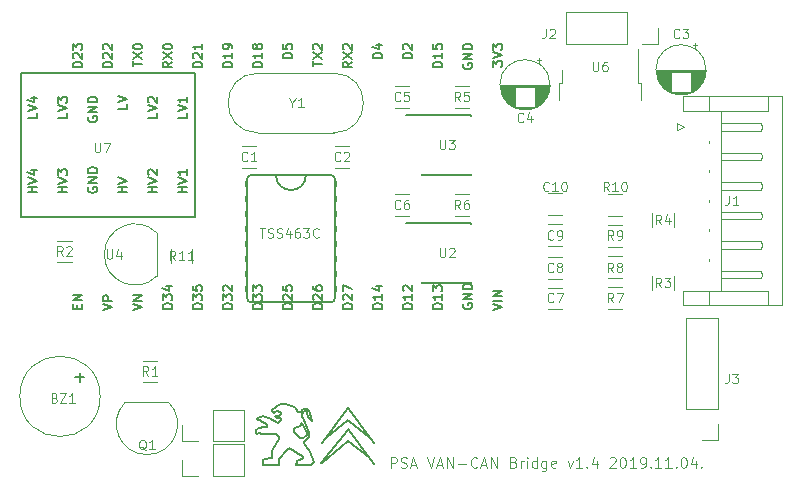
<source format=gto>
%TF.GenerationSoftware,KiCad,Pcbnew,(5.0.0)*%
%TF.CreationDate,2019-11-04T22:18:49+01:00*%
%TF.ProjectId,PSAVanCanBridge_v14,50534156616E43616E4272696467655F,rev?*%
%TF.SameCoordinates,Original*%
%TF.FileFunction,Legend,Top*%
%TF.FilePolarity,Positive*%
%FSLAX46Y46*%
G04 Gerber Fmt 4.6, Leading zero omitted, Abs format (unit mm)*
G04 Created by KiCad (PCBNEW (5.0.0)) date 11/04/19 22:18:49*
%MOMM*%
%LPD*%
G01*
G04 APERTURE LIST*
%ADD10C,0.100000*%
%ADD11C,0.120000*%
%ADD12C,0.150000*%
%ADD13C,0.152400*%
G04 APERTURE END LIST*
D10*
X83870857Y-90069142D02*
X83870857Y-89169142D01*
X84213714Y-89169142D01*
X84299428Y-89212000D01*
X84342285Y-89254857D01*
X84385142Y-89340571D01*
X84385142Y-89469142D01*
X84342285Y-89554857D01*
X84299428Y-89597714D01*
X84213714Y-89640571D01*
X83870857Y-89640571D01*
X84728000Y-90026285D02*
X84856571Y-90069142D01*
X85070857Y-90069142D01*
X85156571Y-90026285D01*
X85199428Y-89983428D01*
X85242285Y-89897714D01*
X85242285Y-89812000D01*
X85199428Y-89726285D01*
X85156571Y-89683428D01*
X85070857Y-89640571D01*
X84899428Y-89597714D01*
X84813714Y-89554857D01*
X84770857Y-89512000D01*
X84728000Y-89426285D01*
X84728000Y-89340571D01*
X84770857Y-89254857D01*
X84813714Y-89212000D01*
X84899428Y-89169142D01*
X85113714Y-89169142D01*
X85242285Y-89212000D01*
X85585142Y-89812000D02*
X86013714Y-89812000D01*
X85499428Y-90069142D02*
X85799428Y-89169142D01*
X86099428Y-90069142D01*
X86956571Y-89169142D02*
X87256571Y-90069142D01*
X87556571Y-89169142D01*
X87813714Y-89812000D02*
X88242285Y-89812000D01*
X87728000Y-90069142D02*
X88028000Y-89169142D01*
X88328000Y-90069142D01*
X88628000Y-90069142D02*
X88628000Y-89169142D01*
X89142285Y-90069142D01*
X89142285Y-89169142D01*
X89570857Y-89726285D02*
X90256571Y-89726285D01*
X91199428Y-89983428D02*
X91156571Y-90026285D01*
X91028000Y-90069142D01*
X90942285Y-90069142D01*
X90813714Y-90026285D01*
X90728000Y-89940571D01*
X90685142Y-89854857D01*
X90642285Y-89683428D01*
X90642285Y-89554857D01*
X90685142Y-89383428D01*
X90728000Y-89297714D01*
X90813714Y-89212000D01*
X90942285Y-89169142D01*
X91028000Y-89169142D01*
X91156571Y-89212000D01*
X91199428Y-89254857D01*
X91542285Y-89812000D02*
X91970857Y-89812000D01*
X91456571Y-90069142D02*
X91756571Y-89169142D01*
X92056571Y-90069142D01*
X92356571Y-90069142D02*
X92356571Y-89169142D01*
X92870857Y-90069142D01*
X92870857Y-89169142D01*
X94285142Y-89597714D02*
X94413714Y-89640571D01*
X94456571Y-89683428D01*
X94499428Y-89769142D01*
X94499428Y-89897714D01*
X94456571Y-89983428D01*
X94413714Y-90026285D01*
X94328000Y-90069142D01*
X93985142Y-90069142D01*
X93985142Y-89169142D01*
X94285142Y-89169142D01*
X94370857Y-89212000D01*
X94413714Y-89254857D01*
X94456571Y-89340571D01*
X94456571Y-89426285D01*
X94413714Y-89512000D01*
X94370857Y-89554857D01*
X94285142Y-89597714D01*
X93985142Y-89597714D01*
X94885142Y-90069142D02*
X94885142Y-89469142D01*
X94885142Y-89640571D02*
X94928000Y-89554857D01*
X94970857Y-89512000D01*
X95056571Y-89469142D01*
X95142285Y-89469142D01*
X95442285Y-90069142D02*
X95442285Y-89469142D01*
X95442285Y-89169142D02*
X95399428Y-89212000D01*
X95442285Y-89254857D01*
X95485142Y-89212000D01*
X95442285Y-89169142D01*
X95442285Y-89254857D01*
X96256571Y-90069142D02*
X96256571Y-89169142D01*
X96256571Y-90026285D02*
X96170857Y-90069142D01*
X95999428Y-90069142D01*
X95913714Y-90026285D01*
X95870857Y-89983428D01*
X95828000Y-89897714D01*
X95828000Y-89640571D01*
X95870857Y-89554857D01*
X95913714Y-89512000D01*
X95999428Y-89469142D01*
X96170857Y-89469142D01*
X96256571Y-89512000D01*
X97070857Y-89469142D02*
X97070857Y-90197714D01*
X97028000Y-90283428D01*
X96985142Y-90326285D01*
X96899428Y-90369142D01*
X96770857Y-90369142D01*
X96685142Y-90326285D01*
X97070857Y-90026285D02*
X96985142Y-90069142D01*
X96813714Y-90069142D01*
X96728000Y-90026285D01*
X96685142Y-89983428D01*
X96642285Y-89897714D01*
X96642285Y-89640571D01*
X96685142Y-89554857D01*
X96728000Y-89512000D01*
X96813714Y-89469142D01*
X96985142Y-89469142D01*
X97070857Y-89512000D01*
X97842285Y-90026285D02*
X97756571Y-90069142D01*
X97585142Y-90069142D01*
X97499428Y-90026285D01*
X97456571Y-89940571D01*
X97456571Y-89597714D01*
X97499428Y-89512000D01*
X97585142Y-89469142D01*
X97756571Y-89469142D01*
X97842285Y-89512000D01*
X97885142Y-89597714D01*
X97885142Y-89683428D01*
X97456571Y-89769142D01*
X98870857Y-89469142D02*
X99085142Y-90069142D01*
X99299428Y-89469142D01*
X100113714Y-90069142D02*
X99599428Y-90069142D01*
X99856571Y-90069142D02*
X99856571Y-89169142D01*
X99770857Y-89297714D01*
X99685142Y-89383428D01*
X99599428Y-89426285D01*
X100499428Y-89983428D02*
X100542285Y-90026285D01*
X100499428Y-90069142D01*
X100456571Y-90026285D01*
X100499428Y-89983428D01*
X100499428Y-90069142D01*
X101313714Y-89469142D02*
X101313714Y-90069142D01*
X101099428Y-89126285D02*
X100885142Y-89769142D01*
X101442285Y-89769142D01*
X102428000Y-89254857D02*
X102470857Y-89212000D01*
X102556571Y-89169142D01*
X102770857Y-89169142D01*
X102856571Y-89212000D01*
X102899428Y-89254857D01*
X102942285Y-89340571D01*
X102942285Y-89426285D01*
X102899428Y-89554857D01*
X102385142Y-90069142D01*
X102942285Y-90069142D01*
X103499428Y-89169142D02*
X103585142Y-89169142D01*
X103670857Y-89212000D01*
X103713714Y-89254857D01*
X103756571Y-89340571D01*
X103799428Y-89512000D01*
X103799428Y-89726285D01*
X103756571Y-89897714D01*
X103713714Y-89983428D01*
X103670857Y-90026285D01*
X103585142Y-90069142D01*
X103499428Y-90069142D01*
X103413714Y-90026285D01*
X103370857Y-89983428D01*
X103328000Y-89897714D01*
X103285142Y-89726285D01*
X103285142Y-89512000D01*
X103328000Y-89340571D01*
X103370857Y-89254857D01*
X103413714Y-89212000D01*
X103499428Y-89169142D01*
X104656571Y-90069142D02*
X104142285Y-90069142D01*
X104399428Y-90069142D02*
X104399428Y-89169142D01*
X104313714Y-89297714D01*
X104228000Y-89383428D01*
X104142285Y-89426285D01*
X105085142Y-90069142D02*
X105256571Y-90069142D01*
X105342285Y-90026285D01*
X105385142Y-89983428D01*
X105470857Y-89854857D01*
X105513714Y-89683428D01*
X105513714Y-89340571D01*
X105470857Y-89254857D01*
X105428000Y-89212000D01*
X105342285Y-89169142D01*
X105170857Y-89169142D01*
X105085142Y-89212000D01*
X105042285Y-89254857D01*
X104999428Y-89340571D01*
X104999428Y-89554857D01*
X105042285Y-89640571D01*
X105085142Y-89683428D01*
X105170857Y-89726285D01*
X105342285Y-89726285D01*
X105428000Y-89683428D01*
X105470857Y-89640571D01*
X105513714Y-89554857D01*
X105899428Y-89983428D02*
X105942285Y-90026285D01*
X105899428Y-90069142D01*
X105856571Y-90026285D01*
X105899428Y-89983428D01*
X105899428Y-90069142D01*
X106799428Y-90069142D02*
X106285142Y-90069142D01*
X106542285Y-90069142D02*
X106542285Y-89169142D01*
X106456571Y-89297714D01*
X106370857Y-89383428D01*
X106285142Y-89426285D01*
X107656571Y-90069142D02*
X107142285Y-90069142D01*
X107399428Y-90069142D02*
X107399428Y-89169142D01*
X107313714Y-89297714D01*
X107228000Y-89383428D01*
X107142285Y-89426285D01*
X108042285Y-89983428D02*
X108085142Y-90026285D01*
X108042285Y-90069142D01*
X107999428Y-90026285D01*
X108042285Y-89983428D01*
X108042285Y-90069142D01*
X108642285Y-89169142D02*
X108728000Y-89169142D01*
X108813714Y-89212000D01*
X108856571Y-89254857D01*
X108899428Y-89340571D01*
X108942285Y-89512000D01*
X108942285Y-89726285D01*
X108899428Y-89897714D01*
X108856571Y-89983428D01*
X108813714Y-90026285D01*
X108728000Y-90069142D01*
X108642285Y-90069142D01*
X108556571Y-90026285D01*
X108513714Y-89983428D01*
X108470857Y-89897714D01*
X108428000Y-89726285D01*
X108428000Y-89512000D01*
X108470857Y-89340571D01*
X108513714Y-89254857D01*
X108556571Y-89212000D01*
X108642285Y-89169142D01*
X109713714Y-89469142D02*
X109713714Y-90069142D01*
X109499428Y-89126285D02*
X109285142Y-89769142D01*
X109842285Y-89769142D01*
X110185142Y-89983428D02*
X110228000Y-90026285D01*
X110185142Y-90069142D01*
X110142285Y-90026285D01*
X110185142Y-89983428D01*
X110185142Y-90069142D01*
D11*
X71434000Y-90738000D02*
X71434000Y-88078000D01*
X68834000Y-90738000D02*
X71434000Y-90738000D01*
X68834000Y-88078000D02*
X71434000Y-88078000D01*
X68834000Y-90738000D02*
X68834000Y-88078000D01*
X67564000Y-90738000D02*
X66234000Y-90738000D01*
X66234000Y-90738000D02*
X66234000Y-89408000D01*
X71434000Y-87817000D02*
X71434000Y-85157000D01*
X68834000Y-87817000D02*
X71434000Y-87817000D01*
X68834000Y-85157000D02*
X71434000Y-85157000D01*
X68834000Y-87817000D02*
X68834000Y-85157000D01*
X67564000Y-87817000D02*
X66234000Y-87817000D01*
X66234000Y-87817000D02*
X66234000Y-86487000D01*
D12*
X52578000Y-56642000D02*
X67310000Y-56642000D01*
X52578000Y-68834000D02*
X52578000Y-56642000D01*
X67310000Y-68834000D02*
X52578000Y-68834000D01*
X67310000Y-56642000D02*
X67310000Y-68834000D01*
D11*
X111566000Y-77410000D02*
X108906000Y-77410000D01*
X111566000Y-85090000D02*
X111566000Y-77410000D01*
X108906000Y-85090000D02*
X108906000Y-77410000D01*
X111566000Y-85090000D02*
X108906000Y-85090000D01*
X111566000Y-86360000D02*
X111566000Y-87690000D01*
X111566000Y-87690000D02*
X110236000Y-87690000D01*
X67077000Y-71533936D02*
X67077000Y-72738064D01*
X65257000Y-71533936D02*
X65257000Y-72738064D01*
X85438064Y-57764000D02*
X84233936Y-57764000D01*
X85438064Y-59584000D02*
X84233936Y-59584000D01*
X85438064Y-68728000D02*
X84233936Y-68728000D01*
X85438064Y-66908000D02*
X84233936Y-66908000D01*
X97187936Y-76662000D02*
X98392064Y-76662000D01*
X97187936Y-74842000D02*
X98392064Y-74842000D01*
X97187936Y-74062000D02*
X98392064Y-74062000D01*
X97187936Y-72242000D02*
X98392064Y-72242000D01*
X97187936Y-69448000D02*
X98392064Y-69448000D01*
X97187936Y-71268000D02*
X98392064Y-71268000D01*
X97187936Y-68668000D02*
X98392064Y-68668000D01*
X97187936Y-66848000D02*
X98392064Y-66848000D01*
X103472064Y-66908000D02*
X102267936Y-66908000D01*
X103472064Y-68728000D02*
X102267936Y-68728000D01*
X103472064Y-71352666D02*
X102267936Y-71352666D01*
X103472064Y-69532666D02*
X102267936Y-69532666D01*
X103472064Y-72157332D02*
X102267936Y-72157332D01*
X103472064Y-73977332D02*
X102267936Y-73977332D01*
X64080000Y-73809000D02*
X64080000Y-70209000D01*
X64068478Y-73847478D02*
G75*
G02X59630000Y-72009000I-1838478J1838478D01*
G01*
X64068478Y-70170522D02*
G75*
G03X59630000Y-72009000I-1838478J-1838478D01*
G01*
X103472064Y-74782000D02*
X102267936Y-74782000D01*
X103472064Y-76602000D02*
X102267936Y-76602000D01*
X59280000Y-84023000D02*
G75*
G03X59280000Y-84023000I-3400000J0D01*
G01*
X61407522Y-84521522D02*
G75*
G03X63246000Y-88960000I1838478J-1838478D01*
G01*
X65084478Y-84521522D02*
G75*
G02X63246000Y-88960000I-1838478J-1838478D01*
G01*
X65046000Y-84510000D02*
X61446000Y-84510000D01*
X90518064Y-68728000D02*
X89313936Y-68728000D01*
X90518064Y-66908000D02*
X89313936Y-66908000D01*
X90518064Y-57764000D02*
X89313936Y-57764000D01*
X90518064Y-59584000D02*
X89313936Y-59584000D01*
D12*
X86571000Y-60213000D02*
X85171000Y-60213000D01*
X86571000Y-65313000D02*
X90721000Y-65313000D01*
X86571000Y-60163000D02*
X90721000Y-60163000D01*
X86571000Y-65313000D02*
X86571000Y-65168000D01*
X90721000Y-65313000D02*
X90721000Y-65168000D01*
X90721000Y-60163000D02*
X90721000Y-60308000D01*
X86571000Y-60163000D02*
X86571000Y-60213000D01*
D11*
X109853000Y-54302199D02*
X109453000Y-54302199D01*
X109653000Y-54102199D02*
X109653000Y-54502199D01*
X108828000Y-58453000D02*
X108088000Y-58453000D01*
X108995000Y-58413000D02*
X107921000Y-58413000D01*
X109122000Y-58373000D02*
X107794000Y-58373000D01*
X109226000Y-58333000D02*
X107690000Y-58333000D01*
X109317000Y-58293000D02*
X107599000Y-58293000D01*
X109398000Y-58253000D02*
X107518000Y-58253000D01*
X109471000Y-58213000D02*
X107445000Y-58213000D01*
X107618000Y-58173000D02*
X107378000Y-58173000D01*
X109538000Y-58173000D02*
X109298000Y-58173000D01*
X107618000Y-58133000D02*
X107316000Y-58133000D01*
X109600000Y-58133000D02*
X109298000Y-58133000D01*
X107618000Y-58093000D02*
X107258000Y-58093000D01*
X109658000Y-58093000D02*
X109298000Y-58093000D01*
X107618000Y-58053000D02*
X107204000Y-58053000D01*
X109712000Y-58053000D02*
X109298000Y-58053000D01*
X107618000Y-58013000D02*
X107154000Y-58013000D01*
X109762000Y-58013000D02*
X109298000Y-58013000D01*
X107618000Y-57973000D02*
X107107000Y-57973000D01*
X109809000Y-57973000D02*
X109298000Y-57973000D01*
X107618000Y-57933000D02*
X107062000Y-57933000D01*
X109854000Y-57933000D02*
X109298000Y-57933000D01*
X107618000Y-57893000D02*
X107020000Y-57893000D01*
X109896000Y-57893000D02*
X109298000Y-57893000D01*
X107618000Y-57853000D02*
X106980000Y-57853000D01*
X109936000Y-57853000D02*
X109298000Y-57853000D01*
X107618000Y-57813000D02*
X106942000Y-57813000D01*
X109974000Y-57813000D02*
X109298000Y-57813000D01*
X107618000Y-57773000D02*
X106906000Y-57773000D01*
X110010000Y-57773000D02*
X109298000Y-57773000D01*
X107618000Y-57733000D02*
X106871000Y-57733000D01*
X110045000Y-57733000D02*
X109298000Y-57733000D01*
X107618000Y-57693000D02*
X106839000Y-57693000D01*
X110077000Y-57693000D02*
X109298000Y-57693000D01*
X107618000Y-57653000D02*
X106808000Y-57653000D01*
X110108000Y-57653000D02*
X109298000Y-57653000D01*
X107618000Y-57613000D02*
X106778000Y-57613000D01*
X110138000Y-57613000D02*
X109298000Y-57613000D01*
X107618000Y-57573000D02*
X106750000Y-57573000D01*
X110166000Y-57573000D02*
X109298000Y-57573000D01*
X107618000Y-57533000D02*
X106723000Y-57533000D01*
X110193000Y-57533000D02*
X109298000Y-57533000D01*
X107618000Y-57493000D02*
X106698000Y-57493000D01*
X110218000Y-57493000D02*
X109298000Y-57493000D01*
X107618000Y-57453000D02*
X106673000Y-57453000D01*
X110243000Y-57453000D02*
X109298000Y-57453000D01*
X107618000Y-57413000D02*
X106650000Y-57413000D01*
X110266000Y-57413000D02*
X109298000Y-57413000D01*
X107618000Y-57373000D02*
X106628000Y-57373000D01*
X110288000Y-57373000D02*
X109298000Y-57373000D01*
X107618000Y-57333000D02*
X106607000Y-57333000D01*
X110309000Y-57333000D02*
X109298000Y-57333000D01*
X107618000Y-57293000D02*
X106588000Y-57293000D01*
X110328000Y-57293000D02*
X109298000Y-57293000D01*
X107618000Y-57253000D02*
X106569000Y-57253000D01*
X110347000Y-57253000D02*
X109298000Y-57253000D01*
X107618000Y-57213000D02*
X106551000Y-57213000D01*
X110365000Y-57213000D02*
X109298000Y-57213000D01*
X107618000Y-57173000D02*
X106534000Y-57173000D01*
X110382000Y-57173000D02*
X109298000Y-57173000D01*
X107618000Y-57133000D02*
X106518000Y-57133000D01*
X110398000Y-57133000D02*
X109298000Y-57133000D01*
X107618000Y-57093000D02*
X106504000Y-57093000D01*
X110412000Y-57093000D02*
X109298000Y-57093000D01*
X107618000Y-57052000D02*
X106490000Y-57052000D01*
X110426000Y-57052000D02*
X109298000Y-57052000D01*
X107618000Y-57012000D02*
X106476000Y-57012000D01*
X110440000Y-57012000D02*
X109298000Y-57012000D01*
X107618000Y-56972000D02*
X106464000Y-56972000D01*
X110452000Y-56972000D02*
X109298000Y-56972000D01*
X107618000Y-56932000D02*
X106453000Y-56932000D01*
X110463000Y-56932000D02*
X109298000Y-56932000D01*
X107618000Y-56892000D02*
X106442000Y-56892000D01*
X110474000Y-56892000D02*
X109298000Y-56892000D01*
X107618000Y-56852000D02*
X106433000Y-56852000D01*
X110483000Y-56852000D02*
X109298000Y-56852000D01*
X107618000Y-56812000D02*
X106424000Y-56812000D01*
X110492000Y-56812000D02*
X109298000Y-56812000D01*
X107618000Y-56772000D02*
X106416000Y-56772000D01*
X110500000Y-56772000D02*
X109298000Y-56772000D01*
X107618000Y-56732000D02*
X106408000Y-56732000D01*
X110508000Y-56732000D02*
X109298000Y-56732000D01*
X107618000Y-56692000D02*
X106402000Y-56692000D01*
X110514000Y-56692000D02*
X109298000Y-56692000D01*
X107618000Y-56652000D02*
X106396000Y-56652000D01*
X110520000Y-56652000D02*
X109298000Y-56652000D01*
X107618000Y-56612000D02*
X106391000Y-56612000D01*
X110525000Y-56612000D02*
X109298000Y-56612000D01*
X107618000Y-56572000D02*
X106387000Y-56572000D01*
X110529000Y-56572000D02*
X109298000Y-56572000D01*
X110532000Y-56532000D02*
X106384000Y-56532000D01*
X110535000Y-56492000D02*
X106381000Y-56492000D01*
X110537000Y-56452000D02*
X106379000Y-56452000D01*
X110538000Y-56412000D02*
X106378000Y-56412000D01*
X110538000Y-56372000D02*
X106378000Y-56372000D01*
X110578000Y-56372000D02*
G75*
G03X110578000Y-56372000I-2120000J0D01*
G01*
X97370000Y-57642000D02*
G75*
G03X97370000Y-57642000I-2120000J0D01*
G01*
X97330000Y-57642000D02*
X93170000Y-57642000D01*
X97330000Y-57682000D02*
X93170000Y-57682000D01*
X97329000Y-57722000D02*
X93171000Y-57722000D01*
X97327000Y-57762000D02*
X93173000Y-57762000D01*
X97324000Y-57802000D02*
X93176000Y-57802000D01*
X97321000Y-57842000D02*
X96090000Y-57842000D01*
X94410000Y-57842000D02*
X93179000Y-57842000D01*
X97317000Y-57882000D02*
X96090000Y-57882000D01*
X94410000Y-57882000D02*
X93183000Y-57882000D01*
X97312000Y-57922000D02*
X96090000Y-57922000D01*
X94410000Y-57922000D02*
X93188000Y-57922000D01*
X97306000Y-57962000D02*
X96090000Y-57962000D01*
X94410000Y-57962000D02*
X93194000Y-57962000D01*
X97300000Y-58002000D02*
X96090000Y-58002000D01*
X94410000Y-58002000D02*
X93200000Y-58002000D01*
X97292000Y-58042000D02*
X96090000Y-58042000D01*
X94410000Y-58042000D02*
X93208000Y-58042000D01*
X97284000Y-58082000D02*
X96090000Y-58082000D01*
X94410000Y-58082000D02*
X93216000Y-58082000D01*
X97275000Y-58122000D02*
X96090000Y-58122000D01*
X94410000Y-58122000D02*
X93225000Y-58122000D01*
X97266000Y-58162000D02*
X96090000Y-58162000D01*
X94410000Y-58162000D02*
X93234000Y-58162000D01*
X97255000Y-58202000D02*
X96090000Y-58202000D01*
X94410000Y-58202000D02*
X93245000Y-58202000D01*
X97244000Y-58242000D02*
X96090000Y-58242000D01*
X94410000Y-58242000D02*
X93256000Y-58242000D01*
X97232000Y-58282000D02*
X96090000Y-58282000D01*
X94410000Y-58282000D02*
X93268000Y-58282000D01*
X97218000Y-58322000D02*
X96090000Y-58322000D01*
X94410000Y-58322000D02*
X93282000Y-58322000D01*
X97204000Y-58363000D02*
X96090000Y-58363000D01*
X94410000Y-58363000D02*
X93296000Y-58363000D01*
X97190000Y-58403000D02*
X96090000Y-58403000D01*
X94410000Y-58403000D02*
X93310000Y-58403000D01*
X97174000Y-58443000D02*
X96090000Y-58443000D01*
X94410000Y-58443000D02*
X93326000Y-58443000D01*
X97157000Y-58483000D02*
X96090000Y-58483000D01*
X94410000Y-58483000D02*
X93343000Y-58483000D01*
X97139000Y-58523000D02*
X96090000Y-58523000D01*
X94410000Y-58523000D02*
X93361000Y-58523000D01*
X97120000Y-58563000D02*
X96090000Y-58563000D01*
X94410000Y-58563000D02*
X93380000Y-58563000D01*
X97101000Y-58603000D02*
X96090000Y-58603000D01*
X94410000Y-58603000D02*
X93399000Y-58603000D01*
X97080000Y-58643000D02*
X96090000Y-58643000D01*
X94410000Y-58643000D02*
X93420000Y-58643000D01*
X97058000Y-58683000D02*
X96090000Y-58683000D01*
X94410000Y-58683000D02*
X93442000Y-58683000D01*
X97035000Y-58723000D02*
X96090000Y-58723000D01*
X94410000Y-58723000D02*
X93465000Y-58723000D01*
X97010000Y-58763000D02*
X96090000Y-58763000D01*
X94410000Y-58763000D02*
X93490000Y-58763000D01*
X96985000Y-58803000D02*
X96090000Y-58803000D01*
X94410000Y-58803000D02*
X93515000Y-58803000D01*
X96958000Y-58843000D02*
X96090000Y-58843000D01*
X94410000Y-58843000D02*
X93542000Y-58843000D01*
X96930000Y-58883000D02*
X96090000Y-58883000D01*
X94410000Y-58883000D02*
X93570000Y-58883000D01*
X96900000Y-58923000D02*
X96090000Y-58923000D01*
X94410000Y-58923000D02*
X93600000Y-58923000D01*
X96869000Y-58963000D02*
X96090000Y-58963000D01*
X94410000Y-58963000D02*
X93631000Y-58963000D01*
X96837000Y-59003000D02*
X96090000Y-59003000D01*
X94410000Y-59003000D02*
X93663000Y-59003000D01*
X96802000Y-59043000D02*
X96090000Y-59043000D01*
X94410000Y-59043000D02*
X93698000Y-59043000D01*
X96766000Y-59083000D02*
X96090000Y-59083000D01*
X94410000Y-59083000D02*
X93734000Y-59083000D01*
X96728000Y-59123000D02*
X96090000Y-59123000D01*
X94410000Y-59123000D02*
X93772000Y-59123000D01*
X96688000Y-59163000D02*
X96090000Y-59163000D01*
X94410000Y-59163000D02*
X93812000Y-59163000D01*
X96646000Y-59203000D02*
X96090000Y-59203000D01*
X94410000Y-59203000D02*
X93854000Y-59203000D01*
X96601000Y-59243000D02*
X96090000Y-59243000D01*
X94410000Y-59243000D02*
X93899000Y-59243000D01*
X96554000Y-59283000D02*
X96090000Y-59283000D01*
X94410000Y-59283000D02*
X93946000Y-59283000D01*
X96504000Y-59323000D02*
X96090000Y-59323000D01*
X94410000Y-59323000D02*
X93996000Y-59323000D01*
X96450000Y-59363000D02*
X96090000Y-59363000D01*
X94410000Y-59363000D02*
X94050000Y-59363000D01*
X96392000Y-59403000D02*
X96090000Y-59403000D01*
X94410000Y-59403000D02*
X94108000Y-59403000D01*
X96330000Y-59443000D02*
X96090000Y-59443000D01*
X94410000Y-59443000D02*
X94170000Y-59443000D01*
X96263000Y-59483000D02*
X94237000Y-59483000D01*
X96190000Y-59523000D02*
X94310000Y-59523000D01*
X96109000Y-59563000D02*
X94391000Y-59563000D01*
X96018000Y-59603000D02*
X94482000Y-59603000D01*
X95914000Y-59643000D02*
X94586000Y-59643000D01*
X95787000Y-59683000D02*
X94713000Y-59683000D01*
X95620000Y-59723000D02*
X94880000Y-59723000D01*
X96445000Y-55372199D02*
X96445000Y-55772199D01*
X96645000Y-55572199D02*
X96245000Y-55572199D01*
X103886000Y-51502000D02*
X103886000Y-54162000D01*
X103886000Y-51502000D02*
X98746000Y-51502000D01*
X98746000Y-51502000D02*
X98746000Y-54162000D01*
X103886000Y-54162000D02*
X98746000Y-54162000D01*
X106486000Y-54162000D02*
X105156000Y-54162000D01*
X106486000Y-52832000D02*
X106486000Y-54162000D01*
X72646000Y-56657000D02*
X79046000Y-56657000D01*
X72646000Y-61707000D02*
X79046000Y-61707000D01*
X72646000Y-61707000D02*
G75*
G02X72646000Y-56657000I0J2525000D01*
G01*
X79046000Y-61707000D02*
G75*
G03X79046000Y-56657000I0J2525000D01*
G01*
X108136000Y-61514000D02*
X108736000Y-61214000D01*
X108136000Y-60914000D02*
X108136000Y-61514000D01*
X108736000Y-61214000D02*
X108136000Y-60914000D01*
X111826000Y-74034000D02*
X111826000Y-73714000D01*
X115246000Y-74034000D02*
X111826000Y-74034000D01*
X115326000Y-73714000D02*
X115246000Y-74034000D01*
X115246000Y-73394000D02*
X115326000Y-73714000D01*
X111826000Y-73394000D02*
X115246000Y-73394000D01*
X111826000Y-73714000D02*
X111826000Y-73394000D01*
X110826000Y-72384000D02*
X110826000Y-72544000D01*
X111826000Y-71534000D02*
X111826000Y-71214000D01*
X115246000Y-71534000D02*
X111826000Y-71534000D01*
X115326000Y-71214000D02*
X115246000Y-71534000D01*
X115246000Y-70894000D02*
X115326000Y-71214000D01*
X111826000Y-70894000D02*
X115246000Y-70894000D01*
X111826000Y-71214000D02*
X111826000Y-70894000D01*
X110826000Y-69884000D02*
X110826000Y-70044000D01*
X111826000Y-69034000D02*
X111826000Y-68714000D01*
X115246000Y-69034000D02*
X111826000Y-69034000D01*
X115326000Y-68714000D02*
X115246000Y-69034000D01*
X115246000Y-68394000D02*
X115326000Y-68714000D01*
X111826000Y-68394000D02*
X115246000Y-68394000D01*
X111826000Y-68714000D02*
X111826000Y-68394000D01*
X110826000Y-67384000D02*
X110826000Y-67544000D01*
X111826000Y-66534000D02*
X111826000Y-66214000D01*
X115246000Y-66534000D02*
X111826000Y-66534000D01*
X115326000Y-66214000D02*
X115246000Y-66534000D01*
X115246000Y-65894000D02*
X115326000Y-66214000D01*
X111826000Y-65894000D02*
X115246000Y-65894000D01*
X111826000Y-66214000D02*
X111826000Y-65894000D01*
X110826000Y-64884000D02*
X110826000Y-65044000D01*
X111826000Y-64034000D02*
X111826000Y-63714000D01*
X115246000Y-64034000D02*
X111826000Y-64034000D01*
X115326000Y-63714000D02*
X115246000Y-64034000D01*
X115246000Y-63394000D02*
X115326000Y-63714000D01*
X111826000Y-63394000D02*
X115246000Y-63394000D01*
X111826000Y-63714000D02*
X111826000Y-63394000D01*
X110826000Y-62384000D02*
X110826000Y-62544000D01*
X111826000Y-61534000D02*
X111826000Y-61214000D01*
X115246000Y-61534000D02*
X111826000Y-61534000D01*
X115326000Y-61214000D02*
X115246000Y-61534000D01*
X115246000Y-60894000D02*
X115326000Y-61214000D01*
X111826000Y-60894000D02*
X115246000Y-60894000D01*
X111826000Y-61214000D02*
X111826000Y-60894000D01*
X111826000Y-59824000D02*
X111826000Y-75104000D01*
X110826000Y-75104000D02*
X110826000Y-76324000D01*
X115826000Y-75104000D02*
X110826000Y-75104000D01*
X115826000Y-76324000D02*
X115826000Y-75104000D01*
X110826000Y-59824000D02*
X110826000Y-58604000D01*
X115826000Y-59824000D02*
X110826000Y-59824000D01*
X115826000Y-58604000D02*
X115826000Y-59824000D01*
X108626000Y-75104000D02*
X110826000Y-75104000D01*
X108626000Y-76324000D02*
X108626000Y-75104000D01*
X117046000Y-76324000D02*
X108626000Y-76324000D01*
X117046000Y-58604000D02*
X117046000Y-76324000D01*
X108626000Y-58604000D02*
X117046000Y-58604000D01*
X108626000Y-59824000D02*
X108626000Y-58604000D01*
X110826000Y-59824000D02*
X108626000Y-59824000D01*
X107844000Y-73819936D02*
X107844000Y-75024064D01*
X106024000Y-73819936D02*
X106024000Y-75024064D01*
X106024000Y-68485936D02*
X106024000Y-69690064D01*
X107844000Y-68485936D02*
X107844000Y-69690064D01*
X98420000Y-57474000D02*
X98420000Y-56374000D01*
X98150000Y-57474000D02*
X98420000Y-57474000D01*
X98150000Y-58974000D02*
X98150000Y-57474000D01*
X104780000Y-57474000D02*
X104780000Y-54644000D01*
X105050000Y-57474000D02*
X104780000Y-57474000D01*
X105050000Y-58974000D02*
X105050000Y-57474000D01*
X55658936Y-70845000D02*
X56863064Y-70845000D01*
X55658936Y-72665000D02*
X56863064Y-72665000D01*
X79153936Y-64664000D02*
X80358064Y-64664000D01*
X79153936Y-62844000D02*
X80358064Y-62844000D01*
X72484064Y-64664000D02*
X71279936Y-64664000D01*
X72484064Y-62844000D02*
X71279936Y-62844000D01*
D12*
X86571000Y-69357000D02*
X85171000Y-69357000D01*
X86571000Y-74457000D02*
X90721000Y-74457000D01*
X86571000Y-69307000D02*
X90721000Y-69307000D01*
X86571000Y-74457000D02*
X86571000Y-74312000D01*
X90721000Y-74457000D02*
X90721000Y-74312000D01*
X90721000Y-69307000D02*
X90721000Y-69452000D01*
X86571000Y-69307000D02*
X86571000Y-69357000D01*
D11*
X62897936Y-81005000D02*
X64102064Y-81005000D01*
X62897936Y-82825000D02*
X64102064Y-82825000D01*
D13*
X79171800Y-65659000D02*
X79171800Y-75730313D01*
X72085200Y-76062000D02*
G75*
G02X71704200Y-75681000I0J381000D01*
G01*
X79171800Y-65659000D02*
G75*
G03X78790800Y-65278000I-381000J0D01*
G01*
X78790800Y-76062000D02*
G75*
G03X79171800Y-75681000I0J381000D01*
G01*
X71704200Y-65659000D02*
G75*
G02X72085200Y-65278000I381000J0D01*
G01*
X71704200Y-65659000D02*
X71704200Y-75730313D01*
X72085200Y-76062000D02*
X78790800Y-76062000D01*
X78790800Y-65278000D02*
X72085200Y-65278000D01*
X74168000Y-65278000D02*
G75*
G03X76708000Y-65278000I1270000J0D01*
G01*
D10*
G36*
X71577200Y-65786000D02*
X71577200Y-66294000D01*
X71704200Y-66294000D01*
X71704200Y-65786000D01*
X71577200Y-65786000D01*
G37*
G36*
X71577200Y-67056000D02*
X71577200Y-67564000D01*
X71704200Y-67564000D01*
X71704200Y-67056000D01*
X71577200Y-67056000D01*
G37*
G36*
X71577200Y-68326000D02*
X71577200Y-68834000D01*
X71704200Y-68834000D01*
X71704200Y-68326000D01*
X71577200Y-68326000D01*
G37*
G36*
X71577200Y-69596000D02*
X71577200Y-70104000D01*
X71704200Y-70104000D01*
X71704200Y-69596000D01*
X71577200Y-69596000D01*
G37*
G36*
X71577200Y-70866000D02*
X71577200Y-71374000D01*
X71704200Y-71374000D01*
X71704200Y-70866000D01*
X71577200Y-70866000D01*
G37*
G36*
X71577200Y-72136000D02*
X71577200Y-72644000D01*
X71704200Y-72644000D01*
X71704200Y-72136000D01*
X71577200Y-72136000D01*
G37*
G36*
X71577200Y-73406000D02*
X71577200Y-73914000D01*
X71704200Y-73914000D01*
X71704200Y-73406000D01*
X71577200Y-73406000D01*
G37*
G36*
X71577200Y-74676000D02*
X71577200Y-75184000D01*
X71704200Y-75184000D01*
X71704200Y-74676000D01*
X71577200Y-74676000D01*
G37*
G36*
X79171800Y-65786000D02*
X79171800Y-66294000D01*
X79298800Y-66294000D01*
X79298800Y-65786000D01*
X79171800Y-65786000D01*
G37*
G36*
X79171800Y-67056000D02*
X79171800Y-67564000D01*
X79298800Y-67564000D01*
X79298800Y-67056000D01*
X79171800Y-67056000D01*
G37*
G36*
X79171800Y-68326000D02*
X79171800Y-68834000D01*
X79298800Y-68834000D01*
X79298800Y-68326000D01*
X79171800Y-68326000D01*
G37*
G36*
X79171800Y-69596000D02*
X79171800Y-70104000D01*
X79298800Y-70104000D01*
X79298800Y-69596000D01*
X79171800Y-69596000D01*
G37*
G36*
X79171800Y-70866000D02*
X79171800Y-71374000D01*
X79298800Y-71374000D01*
X79298800Y-70866000D01*
X79171800Y-70866000D01*
G37*
G36*
X79171800Y-72136000D02*
X79171800Y-72644000D01*
X79298800Y-72644000D01*
X79298800Y-72136000D01*
X79171800Y-72136000D01*
G37*
G36*
X79171800Y-73406000D02*
X79171800Y-73914000D01*
X79298800Y-73914000D01*
X79298800Y-73406000D01*
X79171800Y-73406000D01*
G37*
G36*
X79171800Y-74676000D02*
X79171800Y-75184000D01*
X79298800Y-75184000D01*
X79298800Y-74676000D01*
X79171800Y-74676000D01*
G37*
D12*
X76900000Y-85149000D02*
X76880000Y-85139000D01*
X76950000Y-85169000D02*
X76900000Y-85149000D01*
X76980000Y-85189000D02*
X76950000Y-85169000D01*
X76960000Y-85189000D02*
X76980000Y-85189000D01*
X76950000Y-85189000D02*
X76960000Y-85189000D01*
X76930000Y-85179000D02*
X76950000Y-85189000D01*
X76900000Y-85159000D02*
X76930000Y-85179000D01*
X76920000Y-85179000D02*
X76900000Y-85159000D01*
X76390000Y-86249000D02*
X76350000Y-86239000D01*
X76370000Y-86249000D02*
X76390000Y-86249000D01*
X76340000Y-86239000D02*
X76370000Y-86249000D01*
X76280000Y-86249000D02*
X76340000Y-86239000D01*
X76320000Y-86249000D02*
X76280000Y-86249000D01*
X76340000Y-86259000D02*
X76320000Y-86249000D01*
X76370000Y-86269000D02*
X76340000Y-86259000D01*
X76410000Y-86279000D02*
X76370000Y-86269000D01*
X76730000Y-86949000D02*
X76410000Y-86279000D01*
X76780000Y-87089000D02*
X76730000Y-86949000D01*
X76780000Y-87159000D02*
X76780000Y-87089000D01*
X76760000Y-87259000D02*
X76780000Y-87159000D01*
X76670000Y-87359000D02*
X76760000Y-87259000D01*
X76520000Y-87459000D02*
X76670000Y-87359000D01*
X76430000Y-87519000D02*
X76520000Y-87459000D01*
X76320000Y-87559000D02*
X76430000Y-87519000D01*
X76250000Y-87559000D02*
X76320000Y-87559000D01*
X76180000Y-87529000D02*
X76250000Y-87559000D01*
X76120000Y-87479000D02*
X76180000Y-87529000D01*
X75790000Y-87089000D02*
X76120000Y-87479000D01*
X75730000Y-87019000D02*
X75790000Y-87089000D01*
X75680000Y-86919000D02*
X75730000Y-87019000D01*
X75660000Y-86829000D02*
X75680000Y-86919000D01*
X75680000Y-86779000D02*
X75660000Y-86829000D01*
X75720000Y-86719000D02*
X75680000Y-86779000D01*
X75780000Y-86689000D02*
X75720000Y-86719000D01*
X76190000Y-86519000D02*
X75780000Y-86689000D01*
X76230000Y-86499000D02*
X76190000Y-86519000D01*
X76250000Y-86459000D02*
X76230000Y-86499000D01*
X76270000Y-86349000D02*
X76250000Y-86459000D01*
X76270000Y-86289000D02*
X76270000Y-86349000D01*
X76810000Y-85109000D02*
X76860000Y-85129000D01*
X76760000Y-85089000D02*
X76810000Y-85109000D01*
X76710000Y-85079000D02*
X76760000Y-85089000D01*
X76640000Y-85069000D02*
X76710000Y-85079000D01*
X76570000Y-85079000D02*
X76640000Y-85069000D01*
X76500000Y-85099000D02*
X76570000Y-85079000D01*
X76430000Y-85129000D02*
X76500000Y-85099000D01*
X76370000Y-85179000D02*
X76430000Y-85129000D01*
X76330000Y-85239000D02*
X76370000Y-85179000D01*
X76290000Y-85309000D02*
X76330000Y-85239000D01*
X76230000Y-85379000D02*
X76290000Y-85309000D01*
X76140000Y-85379000D02*
X76230000Y-85379000D01*
X76060000Y-85319000D02*
X76140000Y-85379000D01*
X75990000Y-85249000D02*
X76060000Y-85319000D01*
X75920000Y-85179000D02*
X75990000Y-85249000D01*
X75850000Y-85069000D02*
X75920000Y-85179000D01*
X75780000Y-84949000D02*
X75850000Y-85069000D01*
X74940000Y-84679000D02*
X75780000Y-84949000D01*
X74850000Y-84649000D02*
X74940000Y-84679000D01*
X74730000Y-84669000D02*
X74850000Y-84649000D01*
X74620000Y-84689000D02*
X74730000Y-84669000D01*
X74540000Y-84709000D02*
X74620000Y-84689000D01*
X74430000Y-84739000D02*
X74540000Y-84709000D01*
X74340000Y-84769000D02*
X74430000Y-84739000D01*
X74260000Y-84829000D02*
X74340000Y-84769000D01*
X74200000Y-84899000D02*
X74260000Y-84829000D01*
X74150000Y-84959000D02*
X74200000Y-84899000D01*
X74080000Y-84999000D02*
X74150000Y-84959000D01*
X73880000Y-85079000D02*
X74080000Y-84999000D01*
X73790000Y-85129000D02*
X73880000Y-85079000D01*
X73790000Y-85139000D02*
X73790000Y-85129000D01*
X73870000Y-85259000D02*
X73790000Y-85139000D01*
X73930000Y-85339000D02*
X73870000Y-85259000D01*
X73970000Y-85379000D02*
X73930000Y-85339000D01*
X74040000Y-85419000D02*
X73970000Y-85379000D01*
X74120000Y-85329000D02*
X74040000Y-85419000D01*
X74190000Y-85299000D02*
X74120000Y-85329000D01*
X74240000Y-85289000D02*
X74190000Y-85299000D01*
X74300000Y-85289000D02*
X74240000Y-85289000D01*
X74360000Y-85299000D02*
X74300000Y-85289000D01*
X74430000Y-85319000D02*
X74360000Y-85299000D01*
X74480000Y-85339000D02*
X74430000Y-85319000D01*
X74530000Y-85389000D02*
X74480000Y-85339000D01*
X74560000Y-85449000D02*
X74530000Y-85389000D01*
X74570000Y-85519000D02*
X74560000Y-85449000D01*
X74550000Y-85569000D02*
X74570000Y-85519000D01*
X74520000Y-85619000D02*
X74550000Y-85569000D01*
X74440000Y-85659000D02*
X74520000Y-85619000D01*
X74360000Y-85679000D02*
X74440000Y-85659000D01*
X74290000Y-85679000D02*
X74360000Y-85679000D01*
X74210000Y-85669000D02*
X74290000Y-85679000D01*
X74130000Y-85659000D02*
X74210000Y-85669000D01*
X74080000Y-85679000D02*
X74130000Y-85659000D01*
X74160000Y-85799000D02*
X74080000Y-85679000D01*
X74220000Y-85859000D02*
X74160000Y-85799000D01*
X74240000Y-85869000D02*
X74220000Y-85859000D01*
X74280000Y-85869000D02*
X74240000Y-85869000D01*
X74390000Y-85819000D02*
X74280000Y-85869000D01*
X74470000Y-85809000D02*
X74390000Y-85819000D01*
X74510000Y-85819000D02*
X74470000Y-85809000D01*
X74570000Y-85859000D02*
X74510000Y-85819000D01*
X74600000Y-85899000D02*
X74570000Y-85859000D01*
X74590000Y-85959000D02*
X74600000Y-85899000D01*
X74580000Y-85999000D02*
X74590000Y-85959000D01*
X74520000Y-86099000D02*
X74580000Y-85999000D01*
X74510000Y-86129000D02*
X74520000Y-86099000D01*
X74430000Y-86219000D02*
X74510000Y-86129000D01*
X74380000Y-86259000D02*
X74430000Y-86219000D01*
X74320000Y-86239000D02*
X74380000Y-86259000D01*
X73590000Y-85859000D02*
X74320000Y-86239000D01*
X73510000Y-85829000D02*
X73590000Y-85859000D01*
X73350000Y-85769000D02*
X73510000Y-85829000D01*
X73220000Y-85739000D02*
X73350000Y-85769000D01*
X73100000Y-85719000D02*
X73220000Y-85739000D01*
X73000000Y-85719000D02*
X73100000Y-85719000D01*
X72910000Y-85739000D02*
X73000000Y-85719000D01*
X72790000Y-85769000D02*
X72910000Y-85739000D01*
X72670000Y-85829000D02*
X72790000Y-85769000D01*
X72600000Y-85889000D02*
X72670000Y-85829000D01*
X72590000Y-85919000D02*
X72600000Y-85889000D01*
X72630000Y-86049000D02*
X72590000Y-85919000D01*
X72700000Y-86039000D02*
X72630000Y-86049000D01*
X72740000Y-86039000D02*
X72700000Y-86039000D01*
X72790000Y-86039000D02*
X72740000Y-86039000D01*
X72850000Y-86059000D02*
X72790000Y-86039000D01*
X72880000Y-86089000D02*
X72850000Y-86059000D01*
X72900000Y-86109000D02*
X72880000Y-86089000D01*
X72930000Y-86149000D02*
X72900000Y-86109000D01*
X72970000Y-86219000D02*
X72930000Y-86149000D01*
X73040000Y-86219000D02*
X72970000Y-86219000D01*
X73120000Y-86229000D02*
X73040000Y-86219000D01*
X73190000Y-86259000D02*
X73120000Y-86229000D01*
X73240000Y-86289000D02*
X73190000Y-86259000D01*
X73280000Y-86319000D02*
X73240000Y-86289000D01*
X73310000Y-86349000D02*
X73280000Y-86319000D01*
X73440000Y-86479000D02*
X73310000Y-86349000D01*
X73390000Y-86579000D02*
X73430000Y-86529000D01*
X73430000Y-86559000D02*
X73390000Y-86579000D01*
X73440000Y-86489000D02*
X73430000Y-86559000D01*
X73410000Y-86449000D02*
X73440000Y-86489000D01*
X73180000Y-86619000D02*
X73370000Y-86589000D01*
X72720000Y-86729000D02*
X73180000Y-86619000D01*
X72590000Y-86779000D02*
X72720000Y-86729000D01*
X72540000Y-86829000D02*
X72590000Y-86779000D01*
X72500000Y-86889000D02*
X72540000Y-86829000D01*
X72460000Y-86979000D02*
X72500000Y-86889000D01*
X72460000Y-87059000D02*
X72460000Y-86979000D01*
X72470000Y-87109000D02*
X72460000Y-87059000D01*
X72520000Y-87219000D02*
X72470000Y-87109000D01*
X72570000Y-87189000D02*
X72520000Y-87219000D01*
X72640000Y-87159000D02*
X72570000Y-87189000D01*
X72720000Y-87139000D02*
X72640000Y-87159000D01*
X72780000Y-87139000D02*
X72720000Y-87139000D01*
X72830000Y-87139000D02*
X72780000Y-87139000D01*
X72890000Y-87169000D02*
X72830000Y-87139000D01*
X72950000Y-87209000D02*
X72890000Y-87169000D01*
X73950000Y-87189000D02*
X72950000Y-87209000D01*
X74160000Y-87249000D02*
X73950000Y-87189000D01*
X74270000Y-87329000D02*
X74160000Y-87249000D01*
X74400000Y-87429000D02*
X74270000Y-87329000D01*
X74420000Y-87469000D02*
X74400000Y-87429000D01*
X74430000Y-87529000D02*
X74420000Y-87469000D01*
X74430000Y-87569000D02*
X74430000Y-87529000D01*
X74420000Y-87599000D02*
X74430000Y-87569000D01*
X73930000Y-88459000D02*
X74420000Y-87599000D01*
X73850000Y-88629000D02*
X73930000Y-88459000D01*
X73830000Y-88749000D02*
X73850000Y-88629000D01*
X73840000Y-88949000D02*
X73830000Y-88749000D01*
X73850000Y-89089000D02*
X73840000Y-88949000D01*
X73840000Y-89139000D02*
X73850000Y-89089000D01*
X73820000Y-89179000D02*
X73840000Y-89139000D01*
X73790000Y-89209000D02*
X73820000Y-89179000D01*
X73740000Y-89239000D02*
X73790000Y-89209000D01*
X73650000Y-89269000D02*
X73740000Y-89239000D01*
X73290000Y-89339000D02*
X73650000Y-89269000D01*
X73180000Y-89369000D02*
X73290000Y-89339000D01*
X73090000Y-89419000D02*
X73180000Y-89369000D01*
X73060000Y-89469000D02*
X73090000Y-89419000D01*
X73050000Y-89519000D02*
X73060000Y-89469000D01*
X73030000Y-89809000D02*
X73050000Y-89519000D01*
X74410000Y-89839000D02*
X73030000Y-89809000D01*
X74400000Y-89459000D02*
X74410000Y-89839000D01*
X74410000Y-89339000D02*
X74400000Y-89459000D01*
X75130000Y-88529000D02*
X74410000Y-89339000D01*
X75200000Y-88439000D02*
X75130000Y-88529000D01*
X75290000Y-88419000D02*
X75200000Y-88439000D01*
X75360000Y-88439000D02*
X75290000Y-88419000D01*
X75430000Y-88469000D02*
X75360000Y-88439000D01*
X76190000Y-88999000D02*
X75430000Y-88469000D01*
X76280000Y-89019000D02*
X76190000Y-88999000D01*
X76400000Y-89049000D02*
X76280000Y-89019000D01*
X76450000Y-89139000D02*
X76400000Y-89049000D01*
X76450000Y-89209000D02*
X76450000Y-89139000D01*
X76410000Y-89279000D02*
X76450000Y-89209000D01*
X76350000Y-89319000D02*
X76410000Y-89279000D01*
X76100000Y-89379000D02*
X76350000Y-89319000D01*
X76010000Y-89409000D02*
X76100000Y-89379000D01*
X75970000Y-89459000D02*
X76010000Y-89409000D01*
X75960000Y-89499000D02*
X75970000Y-89459000D01*
X75920000Y-89609000D02*
X75960000Y-89499000D01*
X75900000Y-89829000D02*
X75920000Y-89609000D01*
X76140000Y-89809000D02*
X75900000Y-89829000D01*
X77130000Y-89819000D02*
X76140000Y-89809000D01*
X77180000Y-89739000D02*
X77130000Y-89819000D01*
X77410000Y-89549000D02*
X77180000Y-89739000D01*
X77020000Y-88719000D02*
X77410000Y-89549000D01*
X76950000Y-88589000D02*
X77020000Y-88719000D01*
X76830000Y-88409000D02*
X76950000Y-88589000D01*
X76730000Y-88259000D02*
X76830000Y-88409000D01*
X76620000Y-88119000D02*
X76730000Y-88259000D01*
X76550000Y-87979000D02*
X76620000Y-88119000D01*
X76530000Y-87909000D02*
X76550000Y-87979000D01*
X76620000Y-87779000D02*
X76530000Y-87909000D01*
X76740000Y-87699000D02*
X76620000Y-87779000D01*
X76850000Y-87589000D02*
X76740000Y-87699000D01*
X76960000Y-87439000D02*
X76850000Y-87589000D01*
X76980000Y-87339000D02*
X76960000Y-87439000D01*
X76960000Y-87109000D02*
X76980000Y-87339000D01*
X76870000Y-86859000D02*
X76960000Y-87109000D01*
X76420000Y-85839000D02*
X76870000Y-86859000D01*
X76380000Y-85769000D02*
X76420000Y-85839000D01*
X76380000Y-85669000D02*
X76380000Y-85769000D01*
X76380000Y-85599000D02*
X76380000Y-85669000D01*
X76400000Y-85529000D02*
X76380000Y-85599000D01*
X76430000Y-85449000D02*
X76400000Y-85529000D01*
X76450000Y-85399000D02*
X76430000Y-85449000D01*
X76460000Y-85349000D02*
X76450000Y-85399000D01*
X76490000Y-85329000D02*
X76460000Y-85349000D01*
X76530000Y-85279000D02*
X76490000Y-85329000D01*
X76560000Y-85259000D02*
X76530000Y-85279000D01*
X76610000Y-85249000D02*
X76560000Y-85259000D01*
X76680000Y-85249000D02*
X76610000Y-85249000D01*
X76720000Y-85249000D02*
X76680000Y-85249000D01*
X76780000Y-85309000D02*
X76720000Y-85249000D01*
X76800000Y-85369000D02*
X76780000Y-85309000D01*
X76820000Y-85519000D02*
X76800000Y-85369000D01*
X76850000Y-85669000D02*
X76820000Y-85519000D01*
X76920000Y-85809000D02*
X76850000Y-85669000D01*
X76970000Y-85869000D02*
X76920000Y-85809000D01*
X77050000Y-85949000D02*
X76970000Y-85869000D01*
X77250000Y-86119000D02*
X77050000Y-85949000D01*
X76990000Y-85209000D02*
X77250000Y-86119000D01*
X80274000Y-86836000D02*
X77994000Y-89666000D01*
X80284000Y-87786000D02*
X78034000Y-89626000D01*
X82094000Y-89266000D02*
X80284000Y-87786000D01*
X80274000Y-86816000D02*
X82454000Y-89716000D01*
X78414000Y-87566000D02*
X80284000Y-86046000D01*
X78104000Y-87946000D02*
X78404000Y-87546000D01*
X80264000Y-85046000D02*
X78104000Y-87946000D01*
X80354000Y-86086000D02*
X80314000Y-86056000D01*
X82114000Y-87536000D02*
X80354000Y-86086000D01*
X80274000Y-85046000D02*
X82474000Y-87986000D01*
X57765904Y-56159285D02*
X56965904Y-56159285D01*
X56965904Y-55968809D01*
X57004000Y-55854523D01*
X57080190Y-55778333D01*
X57156380Y-55740237D01*
X57308761Y-55702142D01*
X57423047Y-55702142D01*
X57575428Y-55740237D01*
X57651619Y-55778333D01*
X57727809Y-55854523D01*
X57765904Y-55968809D01*
X57765904Y-56159285D01*
X57042095Y-55397380D02*
X57004000Y-55359285D01*
X56965904Y-55283095D01*
X56965904Y-55092618D01*
X57004000Y-55016428D01*
X57042095Y-54978333D01*
X57118285Y-54940237D01*
X57194476Y-54940237D01*
X57308761Y-54978333D01*
X57765904Y-55435476D01*
X57765904Y-54940237D01*
X56965904Y-54673571D02*
X56965904Y-54178333D01*
X57270666Y-54444999D01*
X57270666Y-54330714D01*
X57308761Y-54254523D01*
X57346857Y-54216428D01*
X57423047Y-54178333D01*
X57613523Y-54178333D01*
X57689714Y-54216428D01*
X57727809Y-54254523D01*
X57765904Y-54330714D01*
X57765904Y-54559285D01*
X57727809Y-54635476D01*
X57689714Y-54673571D01*
X57346857Y-76593571D02*
X57346857Y-76326904D01*
X57765904Y-76212618D02*
X57765904Y-76593571D01*
X56965904Y-76593571D01*
X56965904Y-76212618D01*
X57765904Y-75869761D02*
X56965904Y-75869761D01*
X57765904Y-75412618D01*
X56965904Y-75412618D01*
X59505904Y-76707856D02*
X60305904Y-76441190D01*
X59505904Y-76174523D01*
X60305904Y-75907856D02*
X59505904Y-75907856D01*
X59505904Y-75603094D01*
X59544000Y-75526904D01*
X59582095Y-75488809D01*
X59658285Y-75450713D01*
X59772571Y-75450713D01*
X59848761Y-75488809D01*
X59886857Y-75526904D01*
X59924952Y-75603094D01*
X59924952Y-75907856D01*
X62045904Y-76707856D02*
X62845904Y-76441189D01*
X62045904Y-76174522D01*
X62845904Y-75907856D02*
X62045904Y-75907856D01*
X62845904Y-75450713D01*
X62045904Y-75450713D01*
X65385904Y-76593570D02*
X64585904Y-76593570D01*
X64585904Y-76403094D01*
X64624000Y-76288808D01*
X64700190Y-76212618D01*
X64776380Y-76174522D01*
X64928761Y-76136427D01*
X65043047Y-76136427D01*
X65195428Y-76174522D01*
X65271619Y-76212618D01*
X65347809Y-76288808D01*
X65385904Y-76403094D01*
X65385904Y-76593570D01*
X64585904Y-75869761D02*
X64585904Y-75374522D01*
X64890666Y-75641189D01*
X64890666Y-75526903D01*
X64928761Y-75450713D01*
X64966857Y-75412618D01*
X65043047Y-75374522D01*
X65233523Y-75374522D01*
X65309714Y-75412618D01*
X65347809Y-75450713D01*
X65385904Y-75526903D01*
X65385904Y-75755475D01*
X65347809Y-75831665D01*
X65309714Y-75869761D01*
X64852571Y-74688808D02*
X65385904Y-74688808D01*
X64547809Y-74879284D02*
X65119238Y-75069761D01*
X65119238Y-74574522D01*
X67925904Y-76593570D02*
X67125904Y-76593570D01*
X67125904Y-76403094D01*
X67164000Y-76288808D01*
X67240190Y-76212618D01*
X67316380Y-76174522D01*
X67468761Y-76136427D01*
X67583047Y-76136427D01*
X67735428Y-76174522D01*
X67811619Y-76212618D01*
X67887809Y-76288808D01*
X67925904Y-76403094D01*
X67925904Y-76593570D01*
X67125904Y-75869761D02*
X67125904Y-75374522D01*
X67430666Y-75641189D01*
X67430666Y-75526903D01*
X67468761Y-75450713D01*
X67506857Y-75412618D01*
X67583047Y-75374522D01*
X67773523Y-75374522D01*
X67849714Y-75412618D01*
X67887809Y-75450713D01*
X67925904Y-75526903D01*
X67925904Y-75755475D01*
X67887809Y-75831665D01*
X67849714Y-75869761D01*
X67125904Y-74650713D02*
X67125904Y-75031665D01*
X67506857Y-75069761D01*
X67468761Y-75031665D01*
X67430666Y-74955475D01*
X67430666Y-74764999D01*
X67468761Y-74688808D01*
X67506857Y-74650713D01*
X67583047Y-74612618D01*
X67773523Y-74612618D01*
X67849714Y-74650713D01*
X67887809Y-74688808D01*
X67925904Y-74764999D01*
X67925904Y-74955475D01*
X67887809Y-75031665D01*
X67849714Y-75069761D01*
X70465904Y-76593570D02*
X69665904Y-76593570D01*
X69665904Y-76403094D01*
X69704000Y-76288808D01*
X69780190Y-76212618D01*
X69856380Y-76174522D01*
X70008761Y-76136427D01*
X70123047Y-76136427D01*
X70275428Y-76174522D01*
X70351619Y-76212618D01*
X70427809Y-76288808D01*
X70465904Y-76403094D01*
X70465904Y-76593570D01*
X69665904Y-75869761D02*
X69665904Y-75374522D01*
X69970666Y-75641189D01*
X69970666Y-75526903D01*
X70008761Y-75450713D01*
X70046857Y-75412618D01*
X70123047Y-75374522D01*
X70313523Y-75374522D01*
X70389714Y-75412618D01*
X70427809Y-75450713D01*
X70465904Y-75526903D01*
X70465904Y-75755475D01*
X70427809Y-75831665D01*
X70389714Y-75869761D01*
X69742095Y-75069761D02*
X69704000Y-75031665D01*
X69665904Y-74955475D01*
X69665904Y-74764999D01*
X69704000Y-74688808D01*
X69742095Y-74650713D01*
X69818285Y-74612618D01*
X69894476Y-74612618D01*
X70008761Y-74650713D01*
X70465904Y-75107856D01*
X70465904Y-74612618D01*
X73005904Y-76593570D02*
X72205904Y-76593570D01*
X72205904Y-76403094D01*
X72244000Y-76288808D01*
X72320190Y-76212618D01*
X72396380Y-76174522D01*
X72548761Y-76136427D01*
X72663047Y-76136427D01*
X72815428Y-76174522D01*
X72891619Y-76212618D01*
X72967809Y-76288808D01*
X73005904Y-76403094D01*
X73005904Y-76593570D01*
X72205904Y-75869761D02*
X72205904Y-75374522D01*
X72510666Y-75641189D01*
X72510666Y-75526903D01*
X72548761Y-75450713D01*
X72586857Y-75412618D01*
X72663047Y-75374522D01*
X72853523Y-75374522D01*
X72929714Y-75412618D01*
X72967809Y-75450713D01*
X73005904Y-75526903D01*
X73005904Y-75755475D01*
X72967809Y-75831665D01*
X72929714Y-75869761D01*
X72205904Y-75107856D02*
X72205904Y-74612618D01*
X72510666Y-74879284D01*
X72510666Y-74764999D01*
X72548761Y-74688808D01*
X72586857Y-74650713D01*
X72663047Y-74612618D01*
X72853523Y-74612618D01*
X72929714Y-74650713D01*
X72967809Y-74688808D01*
X73005904Y-74764999D01*
X73005904Y-74993570D01*
X72967809Y-75069761D01*
X72929714Y-75107856D01*
X75545904Y-76593570D02*
X74745904Y-76593570D01*
X74745904Y-76403094D01*
X74784000Y-76288808D01*
X74860190Y-76212618D01*
X74936380Y-76174522D01*
X75088761Y-76136427D01*
X75203047Y-76136427D01*
X75355428Y-76174522D01*
X75431619Y-76212618D01*
X75507809Y-76288808D01*
X75545904Y-76403094D01*
X75545904Y-76593570D01*
X74822095Y-75831665D02*
X74784000Y-75793570D01*
X74745904Y-75717380D01*
X74745904Y-75526903D01*
X74784000Y-75450713D01*
X74822095Y-75412618D01*
X74898285Y-75374522D01*
X74974476Y-75374522D01*
X75088761Y-75412618D01*
X75545904Y-75869761D01*
X75545904Y-75374522D01*
X74745904Y-74650713D02*
X74745904Y-75031665D01*
X75126857Y-75069761D01*
X75088761Y-75031665D01*
X75050666Y-74955475D01*
X75050666Y-74764999D01*
X75088761Y-74688808D01*
X75126857Y-74650713D01*
X75203047Y-74612618D01*
X75393523Y-74612618D01*
X75469714Y-74650713D01*
X75507809Y-74688808D01*
X75545904Y-74764999D01*
X75545904Y-74955475D01*
X75507809Y-75031665D01*
X75469714Y-75069761D01*
X78085904Y-76593570D02*
X77285904Y-76593570D01*
X77285904Y-76403094D01*
X77324000Y-76288808D01*
X77400190Y-76212618D01*
X77476380Y-76174522D01*
X77628761Y-76136427D01*
X77743047Y-76136427D01*
X77895428Y-76174522D01*
X77971619Y-76212618D01*
X78047809Y-76288808D01*
X78085904Y-76403094D01*
X78085904Y-76593570D01*
X77362095Y-75831665D02*
X77324000Y-75793570D01*
X77285904Y-75717380D01*
X77285904Y-75526903D01*
X77324000Y-75450713D01*
X77362095Y-75412618D01*
X77438285Y-75374522D01*
X77514476Y-75374522D01*
X77628761Y-75412618D01*
X78085904Y-75869761D01*
X78085904Y-75374522D01*
X77285904Y-74688808D02*
X77285904Y-74841189D01*
X77324000Y-74917380D01*
X77362095Y-74955475D01*
X77476380Y-75031665D01*
X77628761Y-75069761D01*
X77933523Y-75069761D01*
X78009714Y-75031665D01*
X78047809Y-74993570D01*
X78085904Y-74917380D01*
X78085904Y-74764999D01*
X78047809Y-74688808D01*
X78009714Y-74650713D01*
X77933523Y-74612618D01*
X77743047Y-74612618D01*
X77666857Y-74650713D01*
X77628761Y-74688808D01*
X77590666Y-74764999D01*
X77590666Y-74917380D01*
X77628761Y-74993570D01*
X77666857Y-75031665D01*
X77743047Y-75069761D01*
X80625904Y-76593570D02*
X79825904Y-76593570D01*
X79825904Y-76403094D01*
X79864000Y-76288808D01*
X79940190Y-76212618D01*
X80016380Y-76174522D01*
X80168761Y-76136427D01*
X80283047Y-76136427D01*
X80435428Y-76174522D01*
X80511619Y-76212618D01*
X80587809Y-76288808D01*
X80625904Y-76403094D01*
X80625904Y-76593570D01*
X79902095Y-75831665D02*
X79864000Y-75793570D01*
X79825904Y-75717380D01*
X79825904Y-75526903D01*
X79864000Y-75450713D01*
X79902095Y-75412618D01*
X79978285Y-75374522D01*
X80054476Y-75374522D01*
X80168761Y-75412618D01*
X80625904Y-75869761D01*
X80625904Y-75374522D01*
X79825904Y-75107856D02*
X79825904Y-74574522D01*
X80625904Y-74917380D01*
X83165904Y-76593570D02*
X82365904Y-76593570D01*
X82365904Y-76403094D01*
X82404000Y-76288808D01*
X82480190Y-76212618D01*
X82556380Y-76174522D01*
X82708761Y-76136427D01*
X82823047Y-76136427D01*
X82975428Y-76174522D01*
X83051619Y-76212618D01*
X83127809Y-76288808D01*
X83165904Y-76403094D01*
X83165904Y-76593570D01*
X83165904Y-75374522D02*
X83165904Y-75831665D01*
X83165904Y-75603094D02*
X82365904Y-75603094D01*
X82480190Y-75679284D01*
X82556380Y-75755475D01*
X82594476Y-75831665D01*
X82632571Y-74688808D02*
X83165904Y-74688808D01*
X82327809Y-74879284D02*
X82899238Y-75069761D01*
X82899238Y-74574522D01*
X85705904Y-76593570D02*
X84905904Y-76593570D01*
X84905904Y-76403094D01*
X84944000Y-76288808D01*
X85020190Y-76212618D01*
X85096380Y-76174522D01*
X85248761Y-76136427D01*
X85363047Y-76136427D01*
X85515428Y-76174522D01*
X85591619Y-76212618D01*
X85667809Y-76288808D01*
X85705904Y-76403094D01*
X85705904Y-76593570D01*
X85705904Y-75374522D02*
X85705904Y-75831665D01*
X85705904Y-75603094D02*
X84905904Y-75603094D01*
X85020190Y-75679284D01*
X85096380Y-75755475D01*
X85134476Y-75831665D01*
X84982095Y-75069761D02*
X84944000Y-75031665D01*
X84905904Y-74955475D01*
X84905904Y-74764999D01*
X84944000Y-74688808D01*
X84982095Y-74650713D01*
X85058285Y-74612618D01*
X85134476Y-74612618D01*
X85248761Y-74650713D01*
X85705904Y-75107856D01*
X85705904Y-74612618D01*
X88245904Y-76593570D02*
X87445904Y-76593570D01*
X87445904Y-76403094D01*
X87484000Y-76288808D01*
X87560190Y-76212618D01*
X87636380Y-76174522D01*
X87788761Y-76136427D01*
X87903047Y-76136427D01*
X88055428Y-76174522D01*
X88131619Y-76212618D01*
X88207809Y-76288808D01*
X88245904Y-76403094D01*
X88245904Y-76593570D01*
X88245904Y-75374522D02*
X88245904Y-75831665D01*
X88245904Y-75603094D02*
X87445904Y-75603094D01*
X87560190Y-75679284D01*
X87636380Y-75755475D01*
X87674476Y-75831665D01*
X87445904Y-75107856D02*
X87445904Y-74612618D01*
X87750666Y-74879284D01*
X87750666Y-74764999D01*
X87788761Y-74688808D01*
X87826857Y-74650713D01*
X87903047Y-74612618D01*
X88093523Y-74612618D01*
X88169714Y-74650713D01*
X88207809Y-74688808D01*
X88245904Y-74764999D01*
X88245904Y-74993570D01*
X88207809Y-75069761D01*
X88169714Y-75107856D01*
X90024000Y-76174523D02*
X89985904Y-76250714D01*
X89985904Y-76365000D01*
X90024000Y-76479285D01*
X90100190Y-76555476D01*
X90176380Y-76593571D01*
X90328761Y-76631666D01*
X90443047Y-76631666D01*
X90595428Y-76593571D01*
X90671619Y-76555476D01*
X90747809Y-76479285D01*
X90785904Y-76365000D01*
X90785904Y-76288809D01*
X90747809Y-76174523D01*
X90709714Y-76136428D01*
X90443047Y-76136428D01*
X90443047Y-76288809D01*
X90785904Y-75793571D02*
X89985904Y-75793571D01*
X90785904Y-75336428D01*
X89985904Y-75336428D01*
X90785904Y-74955476D02*
X89985904Y-74955476D01*
X89985904Y-74765000D01*
X90024000Y-74650714D01*
X90100190Y-74574523D01*
X90176380Y-74536428D01*
X90328761Y-74498333D01*
X90443047Y-74498333D01*
X90595428Y-74536428D01*
X90671619Y-74574523D01*
X90747809Y-74650714D01*
X90785904Y-74765000D01*
X90785904Y-74955476D01*
X92525904Y-76707856D02*
X93325904Y-76441189D01*
X92525904Y-76174523D01*
X93325904Y-75907856D02*
X92525904Y-75907856D01*
X93325904Y-75526904D02*
X92525904Y-75526904D01*
X93325904Y-75069761D01*
X92525904Y-75069761D01*
X60305904Y-56159285D02*
X59505904Y-56159285D01*
X59505904Y-55968809D01*
X59544000Y-55854523D01*
X59620190Y-55778333D01*
X59696380Y-55740237D01*
X59848761Y-55702142D01*
X59963047Y-55702142D01*
X60115428Y-55740237D01*
X60191619Y-55778333D01*
X60267809Y-55854523D01*
X60305904Y-55968809D01*
X60305904Y-56159285D01*
X59582095Y-55397380D02*
X59544000Y-55359285D01*
X59505904Y-55283095D01*
X59505904Y-55092618D01*
X59544000Y-55016428D01*
X59582095Y-54978333D01*
X59658285Y-54940237D01*
X59734476Y-54940237D01*
X59848761Y-54978333D01*
X60305904Y-55435476D01*
X60305904Y-54940237D01*
X59582095Y-54635476D02*
X59544000Y-54597380D01*
X59505904Y-54521190D01*
X59505904Y-54330714D01*
X59544000Y-54254523D01*
X59582095Y-54216428D01*
X59658285Y-54178333D01*
X59734476Y-54178333D01*
X59848761Y-54216428D01*
X60305904Y-54673571D01*
X60305904Y-54178333D01*
X62045904Y-56083095D02*
X62045904Y-55625952D01*
X62845904Y-55854523D02*
X62045904Y-55854523D01*
X62045904Y-55435476D02*
X62845904Y-54902142D01*
X62045904Y-54902142D02*
X62845904Y-55435476D01*
X62045904Y-54444999D02*
X62045904Y-54368809D01*
X62084000Y-54292619D01*
X62122095Y-54254523D01*
X62198285Y-54216428D01*
X62350666Y-54178333D01*
X62541142Y-54178333D01*
X62693523Y-54216428D01*
X62769714Y-54254523D01*
X62807809Y-54292619D01*
X62845904Y-54368809D01*
X62845904Y-54444999D01*
X62807809Y-54521190D01*
X62769714Y-54559285D01*
X62693523Y-54597380D01*
X62541142Y-54635476D01*
X62350666Y-54635476D01*
X62198285Y-54597380D01*
X62122095Y-54559285D01*
X62084000Y-54521190D01*
X62045904Y-54444999D01*
X65385904Y-55702142D02*
X65004952Y-55968809D01*
X65385904Y-56159285D02*
X64585904Y-56159285D01*
X64585904Y-55854523D01*
X64624000Y-55778333D01*
X64662095Y-55740237D01*
X64738285Y-55702142D01*
X64852571Y-55702142D01*
X64928761Y-55740237D01*
X64966857Y-55778333D01*
X65004952Y-55854523D01*
X65004952Y-56159285D01*
X64585904Y-55435476D02*
X65385904Y-54902142D01*
X64585904Y-54902142D02*
X65385904Y-55435476D01*
X64585904Y-54444999D02*
X64585904Y-54368809D01*
X64624000Y-54292618D01*
X64662095Y-54254523D01*
X64738285Y-54216428D01*
X64890666Y-54178333D01*
X65081142Y-54178333D01*
X65233523Y-54216428D01*
X65309714Y-54254523D01*
X65347809Y-54292618D01*
X65385904Y-54368809D01*
X65385904Y-54444999D01*
X65347809Y-54521190D01*
X65309714Y-54559285D01*
X65233523Y-54597380D01*
X65081142Y-54635476D01*
X64890666Y-54635476D01*
X64738285Y-54597380D01*
X64662095Y-54559285D01*
X64624000Y-54521190D01*
X64585904Y-54444999D01*
X67925904Y-56159285D02*
X67125904Y-56159285D01*
X67125904Y-55968809D01*
X67164000Y-55854523D01*
X67240190Y-55778333D01*
X67316380Y-55740237D01*
X67468761Y-55702142D01*
X67583047Y-55702142D01*
X67735428Y-55740237D01*
X67811619Y-55778333D01*
X67887809Y-55854523D01*
X67925904Y-55968809D01*
X67925904Y-56159285D01*
X67202095Y-55397380D02*
X67164000Y-55359285D01*
X67125904Y-55283095D01*
X67125904Y-55092618D01*
X67164000Y-55016428D01*
X67202095Y-54978333D01*
X67278285Y-54940237D01*
X67354476Y-54940237D01*
X67468761Y-54978333D01*
X67925904Y-55435476D01*
X67925904Y-54940237D01*
X67925904Y-54178333D02*
X67925904Y-54635476D01*
X67925904Y-54406904D02*
X67125904Y-54406904D01*
X67240190Y-54483095D01*
X67316380Y-54559285D01*
X67354476Y-54635476D01*
X70465904Y-56159285D02*
X69665904Y-56159285D01*
X69665904Y-55968809D01*
X69704000Y-55854523D01*
X69780190Y-55778333D01*
X69856380Y-55740237D01*
X70008761Y-55702142D01*
X70123047Y-55702142D01*
X70275428Y-55740237D01*
X70351619Y-55778333D01*
X70427809Y-55854523D01*
X70465904Y-55968809D01*
X70465904Y-56159285D01*
X70465904Y-54940237D02*
X70465904Y-55397380D01*
X70465904Y-55168809D02*
X69665904Y-55168809D01*
X69780190Y-55244999D01*
X69856380Y-55321190D01*
X69894476Y-55397380D01*
X70465904Y-54559285D02*
X70465904Y-54406904D01*
X70427809Y-54330714D01*
X70389714Y-54292618D01*
X70275428Y-54216428D01*
X70123047Y-54178333D01*
X69818285Y-54178333D01*
X69742095Y-54216428D01*
X69704000Y-54254523D01*
X69665904Y-54330714D01*
X69665904Y-54483095D01*
X69704000Y-54559285D01*
X69742095Y-54597380D01*
X69818285Y-54635476D01*
X70008761Y-54635476D01*
X70084952Y-54597380D01*
X70123047Y-54559285D01*
X70161142Y-54483095D01*
X70161142Y-54330714D01*
X70123047Y-54254523D01*
X70084952Y-54216428D01*
X70008761Y-54178333D01*
X73005904Y-56159285D02*
X72205904Y-56159285D01*
X72205904Y-55968809D01*
X72244000Y-55854523D01*
X72320190Y-55778333D01*
X72396380Y-55740237D01*
X72548761Y-55702142D01*
X72663047Y-55702142D01*
X72815428Y-55740237D01*
X72891619Y-55778333D01*
X72967809Y-55854523D01*
X73005904Y-55968809D01*
X73005904Y-56159285D01*
X73005904Y-54940237D02*
X73005904Y-55397380D01*
X73005904Y-55168809D02*
X72205904Y-55168809D01*
X72320190Y-55244999D01*
X72396380Y-55321190D01*
X72434476Y-55397380D01*
X72548761Y-54483095D02*
X72510666Y-54559285D01*
X72472571Y-54597380D01*
X72396380Y-54635476D01*
X72358285Y-54635476D01*
X72282095Y-54597380D01*
X72244000Y-54559285D01*
X72205904Y-54483095D01*
X72205904Y-54330714D01*
X72244000Y-54254523D01*
X72282095Y-54216428D01*
X72358285Y-54178333D01*
X72396380Y-54178333D01*
X72472571Y-54216428D01*
X72510666Y-54254523D01*
X72548761Y-54330714D01*
X72548761Y-54483095D01*
X72586857Y-54559285D01*
X72624952Y-54597380D01*
X72701142Y-54635476D01*
X72853523Y-54635476D01*
X72929714Y-54597380D01*
X72967809Y-54559285D01*
X73005904Y-54483095D01*
X73005904Y-54330714D01*
X72967809Y-54254523D01*
X72929714Y-54216428D01*
X72853523Y-54178333D01*
X72701142Y-54178333D01*
X72624952Y-54216428D01*
X72586857Y-54254523D01*
X72548761Y-54330714D01*
X75545904Y-55397381D02*
X74745904Y-55397381D01*
X74745904Y-55206905D01*
X74784000Y-55092619D01*
X74860190Y-55016428D01*
X74936380Y-54978333D01*
X75088761Y-54940238D01*
X75203047Y-54940238D01*
X75355428Y-54978333D01*
X75431619Y-55016428D01*
X75507809Y-55092619D01*
X75545904Y-55206905D01*
X75545904Y-55397381D01*
X74745904Y-54216428D02*
X74745904Y-54597381D01*
X75126857Y-54635476D01*
X75088761Y-54597381D01*
X75050666Y-54521190D01*
X75050666Y-54330714D01*
X75088761Y-54254524D01*
X75126857Y-54216428D01*
X75203047Y-54178333D01*
X75393523Y-54178333D01*
X75469714Y-54216428D01*
X75507809Y-54254524D01*
X75545904Y-54330714D01*
X75545904Y-54521190D01*
X75507809Y-54597381D01*
X75469714Y-54635476D01*
X77285904Y-56083095D02*
X77285904Y-55625952D01*
X78085904Y-55854523D02*
X77285904Y-55854523D01*
X77285904Y-55435476D02*
X78085904Y-54902142D01*
X77285904Y-54902142D02*
X78085904Y-55435476D01*
X77362095Y-54635476D02*
X77324000Y-54597380D01*
X77285904Y-54521190D01*
X77285904Y-54330714D01*
X77324000Y-54254523D01*
X77362095Y-54216428D01*
X77438285Y-54178333D01*
X77514476Y-54178333D01*
X77628761Y-54216428D01*
X78085904Y-54673571D01*
X78085904Y-54178333D01*
X80625904Y-55702142D02*
X80244952Y-55968809D01*
X80625904Y-56159285D02*
X79825904Y-56159285D01*
X79825904Y-55854523D01*
X79864000Y-55778333D01*
X79902095Y-55740237D01*
X79978285Y-55702142D01*
X80092571Y-55702142D01*
X80168761Y-55740237D01*
X80206857Y-55778333D01*
X80244952Y-55854523D01*
X80244952Y-56159285D01*
X79825904Y-55435476D02*
X80625904Y-54902142D01*
X79825904Y-54902142D02*
X80625904Y-55435476D01*
X79902095Y-54635476D02*
X79864000Y-54597380D01*
X79825904Y-54521190D01*
X79825904Y-54330714D01*
X79864000Y-54254523D01*
X79902095Y-54216428D01*
X79978285Y-54178333D01*
X80054476Y-54178333D01*
X80168761Y-54216428D01*
X80625904Y-54673571D01*
X80625904Y-54178333D01*
X83165904Y-55397381D02*
X82365904Y-55397381D01*
X82365904Y-55206905D01*
X82404000Y-55092619D01*
X82480190Y-55016428D01*
X82556380Y-54978333D01*
X82708761Y-54940238D01*
X82823047Y-54940238D01*
X82975428Y-54978333D01*
X83051619Y-55016428D01*
X83127809Y-55092619D01*
X83165904Y-55206905D01*
X83165904Y-55397381D01*
X82632571Y-54254524D02*
X83165904Y-54254524D01*
X82327809Y-54445000D02*
X82899238Y-54635476D01*
X82899238Y-54140238D01*
X85705904Y-55397381D02*
X84905904Y-55397381D01*
X84905904Y-55206905D01*
X84944000Y-55092619D01*
X85020190Y-55016428D01*
X85096380Y-54978333D01*
X85248761Y-54940238D01*
X85363047Y-54940238D01*
X85515428Y-54978333D01*
X85591619Y-55016428D01*
X85667809Y-55092619D01*
X85705904Y-55206905D01*
X85705904Y-55397381D01*
X84982095Y-54635476D02*
X84944000Y-54597381D01*
X84905904Y-54521190D01*
X84905904Y-54330714D01*
X84944000Y-54254524D01*
X84982095Y-54216428D01*
X85058285Y-54178333D01*
X85134476Y-54178333D01*
X85248761Y-54216428D01*
X85705904Y-54673571D01*
X85705904Y-54178333D01*
X88245904Y-56159285D02*
X87445904Y-56159285D01*
X87445904Y-55968809D01*
X87484000Y-55854523D01*
X87560190Y-55778333D01*
X87636380Y-55740237D01*
X87788761Y-55702142D01*
X87903047Y-55702142D01*
X88055428Y-55740237D01*
X88131619Y-55778333D01*
X88207809Y-55854523D01*
X88245904Y-55968809D01*
X88245904Y-56159285D01*
X88245904Y-54940237D02*
X88245904Y-55397380D01*
X88245904Y-55168809D02*
X87445904Y-55168809D01*
X87560190Y-55244999D01*
X87636380Y-55321190D01*
X87674476Y-55397380D01*
X87445904Y-54216428D02*
X87445904Y-54597380D01*
X87826857Y-54635476D01*
X87788761Y-54597380D01*
X87750666Y-54521190D01*
X87750666Y-54330714D01*
X87788761Y-54254523D01*
X87826857Y-54216428D01*
X87903047Y-54178333D01*
X88093523Y-54178333D01*
X88169714Y-54216428D01*
X88207809Y-54254523D01*
X88245904Y-54330714D01*
X88245904Y-54521190D01*
X88207809Y-54597380D01*
X88169714Y-54635476D01*
X90024000Y-55854523D02*
X89985904Y-55930714D01*
X89985904Y-56045000D01*
X90024000Y-56159285D01*
X90100190Y-56235476D01*
X90176380Y-56273571D01*
X90328761Y-56311666D01*
X90443047Y-56311666D01*
X90595428Y-56273571D01*
X90671619Y-56235476D01*
X90747809Y-56159285D01*
X90785904Y-56045000D01*
X90785904Y-55968809D01*
X90747809Y-55854523D01*
X90709714Y-55816428D01*
X90443047Y-55816428D01*
X90443047Y-55968809D01*
X90785904Y-55473571D02*
X89985904Y-55473571D01*
X90785904Y-55016428D01*
X89985904Y-55016428D01*
X90785904Y-54635476D02*
X89985904Y-54635476D01*
X89985904Y-54445000D01*
X90024000Y-54330714D01*
X90100190Y-54254523D01*
X90176380Y-54216428D01*
X90328761Y-54178333D01*
X90443047Y-54178333D01*
X90595428Y-54216428D01*
X90671619Y-54254523D01*
X90747809Y-54330714D01*
X90785904Y-54445000D01*
X90785904Y-54635476D01*
X92525904Y-56121190D02*
X92525904Y-55625952D01*
X92830666Y-55892618D01*
X92830666Y-55778333D01*
X92868761Y-55702142D01*
X92906857Y-55664047D01*
X92983047Y-55625952D01*
X93173523Y-55625952D01*
X93249714Y-55664047D01*
X93287809Y-55702142D01*
X93325904Y-55778333D01*
X93325904Y-56006904D01*
X93287809Y-56083094D01*
X93249714Y-56121190D01*
X92525904Y-55397380D02*
X93325904Y-55130714D01*
X92525904Y-54864047D01*
X92525904Y-54673571D02*
X92525904Y-54178333D01*
X92830666Y-54444999D01*
X92830666Y-54330714D01*
X92868761Y-54254523D01*
X92906857Y-54216428D01*
X92983047Y-54178333D01*
X93173523Y-54178333D01*
X93249714Y-54216428D01*
X93287809Y-54254523D01*
X93325904Y-54330714D01*
X93325904Y-54559285D01*
X93287809Y-54635475D01*
X93249714Y-54673571D01*
D10*
X58834476Y-62553904D02*
X58834476Y-63201523D01*
X58872571Y-63277714D01*
X58910666Y-63315809D01*
X58986857Y-63353904D01*
X59139238Y-63353904D01*
X59215428Y-63315809D01*
X59253523Y-63277714D01*
X59291619Y-63201523D01*
X59291619Y-62553904D01*
X59596380Y-62553904D02*
X60129714Y-62553904D01*
X59786857Y-63353904D01*
D12*
X53955904Y-66738380D02*
X53155904Y-66738380D01*
X53536857Y-66738380D02*
X53536857Y-66281238D01*
X53955904Y-66281238D02*
X53155904Y-66281238D01*
X53155904Y-66014571D02*
X53955904Y-65747904D01*
X53155904Y-65481238D01*
X53422571Y-64871714D02*
X53955904Y-64871714D01*
X53117809Y-65062190D02*
X53689238Y-65252666D01*
X53689238Y-64757428D01*
X56495904Y-66738380D02*
X55695904Y-66738380D01*
X56076857Y-66738380D02*
X56076857Y-66281238D01*
X56495904Y-66281238D02*
X55695904Y-66281238D01*
X55695904Y-66014571D02*
X56495904Y-65747904D01*
X55695904Y-65481238D01*
X55695904Y-65290761D02*
X55695904Y-64795523D01*
X56000666Y-65062190D01*
X56000666Y-64947904D01*
X56038761Y-64871714D01*
X56076857Y-64833619D01*
X56153047Y-64795523D01*
X56343523Y-64795523D01*
X56419714Y-64833619D01*
X56457809Y-64871714D01*
X56495904Y-64947904D01*
X56495904Y-65176476D01*
X56457809Y-65252666D01*
X56419714Y-65290761D01*
X58274000Y-66319332D02*
X58235904Y-66395523D01*
X58235904Y-66509809D01*
X58274000Y-66624094D01*
X58350190Y-66700285D01*
X58426380Y-66738380D01*
X58578761Y-66776475D01*
X58693047Y-66776475D01*
X58845428Y-66738380D01*
X58921619Y-66700285D01*
X58997809Y-66624094D01*
X59035904Y-66509809D01*
X59035904Y-66433618D01*
X58997809Y-66319332D01*
X58959714Y-66281237D01*
X58693047Y-66281237D01*
X58693047Y-66433618D01*
X59035904Y-65938380D02*
X58235904Y-65938380D01*
X59035904Y-65481237D01*
X58235904Y-65481237D01*
X59035904Y-65100285D02*
X58235904Y-65100285D01*
X58235904Y-64909809D01*
X58274000Y-64795523D01*
X58350190Y-64719332D01*
X58426380Y-64681237D01*
X58578761Y-64643142D01*
X58693047Y-64643142D01*
X58845428Y-64681237D01*
X58921619Y-64719332D01*
X58997809Y-64795523D01*
X59035904Y-64909809D01*
X59035904Y-65100285D01*
X61575904Y-66738380D02*
X60775904Y-66738380D01*
X61156857Y-66738380D02*
X61156857Y-66281237D01*
X61575904Y-66281237D02*
X60775904Y-66281237D01*
X60775904Y-66014571D02*
X61575904Y-65747904D01*
X60775904Y-65481237D01*
X64115904Y-66738380D02*
X63315904Y-66738380D01*
X63696857Y-66738380D02*
X63696857Y-66281238D01*
X64115904Y-66281238D02*
X63315904Y-66281238D01*
X63315904Y-66014571D02*
X64115904Y-65747904D01*
X63315904Y-65481238D01*
X63392095Y-65252666D02*
X63354000Y-65214571D01*
X63315904Y-65138380D01*
X63315904Y-64947904D01*
X63354000Y-64871714D01*
X63392095Y-64833619D01*
X63468285Y-64795523D01*
X63544476Y-64795523D01*
X63658761Y-64833619D01*
X64115904Y-65290761D01*
X64115904Y-64795523D01*
X66655904Y-66738380D02*
X65855904Y-66738380D01*
X66236857Y-66738380D02*
X66236857Y-66281238D01*
X66655904Y-66281238D02*
X65855904Y-66281238D01*
X65855904Y-66014571D02*
X66655904Y-65747904D01*
X65855904Y-65481238D01*
X66655904Y-64795523D02*
X66655904Y-65252666D01*
X66655904Y-65024095D02*
X65855904Y-65024095D01*
X65970190Y-65100285D01*
X66046380Y-65176476D01*
X66084476Y-65252666D01*
X53955904Y-60039143D02*
X53955904Y-60420095D01*
X53155904Y-60420095D01*
X53155904Y-59886762D02*
X53955904Y-59620095D01*
X53155904Y-59353429D01*
X53422571Y-58743905D02*
X53955904Y-58743905D01*
X53117809Y-58934381D02*
X53689238Y-59124857D01*
X53689238Y-58629619D01*
X56495904Y-60039143D02*
X56495904Y-60420095D01*
X55695904Y-60420095D01*
X55695904Y-59886762D02*
X56495904Y-59620095D01*
X55695904Y-59353429D01*
X55695904Y-59162953D02*
X55695904Y-58667714D01*
X56000666Y-58934381D01*
X56000666Y-58820095D01*
X56038761Y-58743905D01*
X56076857Y-58705810D01*
X56153047Y-58667714D01*
X56343523Y-58667714D01*
X56419714Y-58705810D01*
X56457809Y-58743905D01*
X56495904Y-58820095D01*
X56495904Y-59048667D01*
X56457809Y-59124857D01*
X56419714Y-59162953D01*
X58274000Y-60343904D02*
X58235904Y-60420095D01*
X58235904Y-60534381D01*
X58274000Y-60648666D01*
X58350190Y-60724857D01*
X58426380Y-60762952D01*
X58578761Y-60801047D01*
X58693047Y-60801047D01*
X58845428Y-60762952D01*
X58921619Y-60724857D01*
X58997809Y-60648666D01*
X59035904Y-60534381D01*
X59035904Y-60458190D01*
X58997809Y-60343904D01*
X58959714Y-60305809D01*
X58693047Y-60305809D01*
X58693047Y-60458190D01*
X59035904Y-59962952D02*
X58235904Y-59962952D01*
X59035904Y-59505809D01*
X58235904Y-59505809D01*
X59035904Y-59124857D02*
X58235904Y-59124857D01*
X58235904Y-58934381D01*
X58274000Y-58820095D01*
X58350190Y-58743904D01*
X58426380Y-58705809D01*
X58578761Y-58667714D01*
X58693047Y-58667714D01*
X58845428Y-58705809D01*
X58921619Y-58743904D01*
X58997809Y-58820095D01*
X59035904Y-58934381D01*
X59035904Y-59124857D01*
X61575904Y-59277238D02*
X61575904Y-59658190D01*
X60775904Y-59658190D01*
X60775904Y-59124857D02*
X61575904Y-58858190D01*
X60775904Y-58591523D01*
X64115904Y-60039143D02*
X64115904Y-60420095D01*
X63315904Y-60420095D01*
X63315904Y-59886762D02*
X64115904Y-59620095D01*
X63315904Y-59353429D01*
X63392095Y-59124857D02*
X63354000Y-59086762D01*
X63315904Y-59010572D01*
X63315904Y-58820095D01*
X63354000Y-58743905D01*
X63392095Y-58705810D01*
X63468285Y-58667714D01*
X63544476Y-58667714D01*
X63658761Y-58705810D01*
X64115904Y-59162953D01*
X64115904Y-58667714D01*
X66655904Y-60039143D02*
X66655904Y-60420095D01*
X65855904Y-60420095D01*
X65855904Y-59886762D02*
X66655904Y-59620095D01*
X65855904Y-59353429D01*
X66655904Y-58667714D02*
X66655904Y-59124857D01*
X66655904Y-58896286D02*
X65855904Y-58896286D01*
X65970190Y-58972476D01*
X66046380Y-59048667D01*
X66084476Y-59124857D01*
D10*
X112509333Y-82111904D02*
X112509333Y-82683333D01*
X112471238Y-82797619D01*
X112395047Y-82873809D01*
X112280761Y-82911904D01*
X112204571Y-82911904D01*
X112814095Y-82111904D02*
X113309333Y-82111904D01*
X113042666Y-82416666D01*
X113156952Y-82416666D01*
X113233142Y-82454761D01*
X113271238Y-82492857D01*
X113309333Y-82569047D01*
X113309333Y-82759523D01*
X113271238Y-82835714D01*
X113233142Y-82873809D01*
X113156952Y-82911904D01*
X112928380Y-82911904D01*
X112852190Y-82873809D01*
X112814095Y-82835714D01*
X65652714Y-72497904D02*
X65386047Y-72116952D01*
X65195571Y-72497904D02*
X65195571Y-71697904D01*
X65500333Y-71697904D01*
X65576523Y-71736000D01*
X65614619Y-71774095D01*
X65652714Y-71850285D01*
X65652714Y-71964571D01*
X65614619Y-72040761D01*
X65576523Y-72078857D01*
X65500333Y-72116952D01*
X65195571Y-72116952D01*
X66414619Y-72497904D02*
X65957476Y-72497904D01*
X66186047Y-72497904D02*
X66186047Y-71697904D01*
X66109857Y-71812190D01*
X66033666Y-71888380D01*
X65957476Y-71926476D01*
X67176523Y-72497904D02*
X66719380Y-72497904D01*
X66947952Y-72497904D02*
X66947952Y-71697904D01*
X66871761Y-71812190D01*
X66795571Y-71888380D01*
X66719380Y-71926476D01*
X84702666Y-58959714D02*
X84664571Y-58997809D01*
X84550285Y-59035904D01*
X84474095Y-59035904D01*
X84359809Y-58997809D01*
X84283619Y-58921619D01*
X84245523Y-58845428D01*
X84207428Y-58693047D01*
X84207428Y-58578761D01*
X84245523Y-58426380D01*
X84283619Y-58350190D01*
X84359809Y-58274000D01*
X84474095Y-58235904D01*
X84550285Y-58235904D01*
X84664571Y-58274000D01*
X84702666Y-58312095D01*
X85426476Y-58235904D02*
X85045523Y-58235904D01*
X85007428Y-58616857D01*
X85045523Y-58578761D01*
X85121714Y-58540666D01*
X85312190Y-58540666D01*
X85388380Y-58578761D01*
X85426476Y-58616857D01*
X85464571Y-58693047D01*
X85464571Y-58883523D01*
X85426476Y-58959714D01*
X85388380Y-58997809D01*
X85312190Y-59035904D01*
X85121714Y-59035904D01*
X85045523Y-58997809D01*
X85007428Y-58959714D01*
X84702666Y-68103714D02*
X84664571Y-68141809D01*
X84550285Y-68179904D01*
X84474095Y-68179904D01*
X84359809Y-68141809D01*
X84283619Y-68065619D01*
X84245523Y-67989428D01*
X84207428Y-67837047D01*
X84207428Y-67722761D01*
X84245523Y-67570380D01*
X84283619Y-67494190D01*
X84359809Y-67418000D01*
X84474095Y-67379904D01*
X84550285Y-67379904D01*
X84664571Y-67418000D01*
X84702666Y-67456095D01*
X85388380Y-67379904D02*
X85236000Y-67379904D01*
X85159809Y-67418000D01*
X85121714Y-67456095D01*
X85045523Y-67570380D01*
X85007428Y-67722761D01*
X85007428Y-68027523D01*
X85045523Y-68103714D01*
X85083619Y-68141809D01*
X85159809Y-68179904D01*
X85312190Y-68179904D01*
X85388380Y-68141809D01*
X85426476Y-68103714D01*
X85464571Y-68027523D01*
X85464571Y-67837047D01*
X85426476Y-67760857D01*
X85388380Y-67722761D01*
X85312190Y-67684666D01*
X85159809Y-67684666D01*
X85083619Y-67722761D01*
X85045523Y-67760857D01*
X85007428Y-67837047D01*
X97656666Y-75977714D02*
X97618571Y-76015809D01*
X97504285Y-76053904D01*
X97428095Y-76053904D01*
X97313809Y-76015809D01*
X97237619Y-75939619D01*
X97199523Y-75863428D01*
X97161428Y-75711047D01*
X97161428Y-75596761D01*
X97199523Y-75444380D01*
X97237619Y-75368190D01*
X97313809Y-75292000D01*
X97428095Y-75253904D01*
X97504285Y-75253904D01*
X97618571Y-75292000D01*
X97656666Y-75330095D01*
X97923333Y-75253904D02*
X98456666Y-75253904D01*
X98113809Y-76053904D01*
X97656666Y-73437714D02*
X97618571Y-73475809D01*
X97504285Y-73513904D01*
X97428095Y-73513904D01*
X97313809Y-73475809D01*
X97237619Y-73399619D01*
X97199523Y-73323428D01*
X97161428Y-73171047D01*
X97161428Y-73056761D01*
X97199523Y-72904380D01*
X97237619Y-72828190D01*
X97313809Y-72752000D01*
X97428095Y-72713904D01*
X97504285Y-72713904D01*
X97618571Y-72752000D01*
X97656666Y-72790095D01*
X98113809Y-73056761D02*
X98037619Y-73018666D01*
X97999523Y-72980571D01*
X97961428Y-72904380D01*
X97961428Y-72866285D01*
X97999523Y-72790095D01*
X98037619Y-72752000D01*
X98113809Y-72713904D01*
X98266190Y-72713904D01*
X98342380Y-72752000D01*
X98380476Y-72790095D01*
X98418571Y-72866285D01*
X98418571Y-72904380D01*
X98380476Y-72980571D01*
X98342380Y-73018666D01*
X98266190Y-73056761D01*
X98113809Y-73056761D01*
X98037619Y-73094857D01*
X97999523Y-73132952D01*
X97961428Y-73209142D01*
X97961428Y-73361523D01*
X97999523Y-73437714D01*
X98037619Y-73475809D01*
X98113809Y-73513904D01*
X98266190Y-73513904D01*
X98342380Y-73475809D01*
X98380476Y-73437714D01*
X98418571Y-73361523D01*
X98418571Y-73209142D01*
X98380476Y-73132952D01*
X98342380Y-73094857D01*
X98266190Y-73056761D01*
X97656666Y-70703714D02*
X97618571Y-70741809D01*
X97504285Y-70779904D01*
X97428095Y-70779904D01*
X97313809Y-70741809D01*
X97237619Y-70665619D01*
X97199523Y-70589428D01*
X97161428Y-70437047D01*
X97161428Y-70322761D01*
X97199523Y-70170380D01*
X97237619Y-70094190D01*
X97313809Y-70018000D01*
X97428095Y-69979904D01*
X97504285Y-69979904D01*
X97618571Y-70018000D01*
X97656666Y-70056095D01*
X98037619Y-70779904D02*
X98190000Y-70779904D01*
X98266190Y-70741809D01*
X98304285Y-70703714D01*
X98380476Y-70589428D01*
X98418571Y-70437047D01*
X98418571Y-70132285D01*
X98380476Y-70056095D01*
X98342380Y-70018000D01*
X98266190Y-69979904D01*
X98113809Y-69979904D01*
X98037619Y-70018000D01*
X97999523Y-70056095D01*
X97961428Y-70132285D01*
X97961428Y-70322761D01*
X97999523Y-70398952D01*
X98037619Y-70437047D01*
X98113809Y-70475142D01*
X98266190Y-70475142D01*
X98342380Y-70437047D01*
X98380476Y-70398952D01*
X98418571Y-70322761D01*
X97275714Y-66579714D02*
X97237619Y-66617809D01*
X97123333Y-66655904D01*
X97047142Y-66655904D01*
X96932857Y-66617809D01*
X96856666Y-66541619D01*
X96818571Y-66465428D01*
X96780476Y-66313047D01*
X96780476Y-66198761D01*
X96818571Y-66046380D01*
X96856666Y-65970190D01*
X96932857Y-65894000D01*
X97047142Y-65855904D01*
X97123333Y-65855904D01*
X97237619Y-65894000D01*
X97275714Y-65932095D01*
X98037619Y-66655904D02*
X97580476Y-66655904D01*
X97809047Y-66655904D02*
X97809047Y-65855904D01*
X97732857Y-65970190D01*
X97656666Y-66046380D01*
X97580476Y-66084476D01*
X98532857Y-65855904D02*
X98609047Y-65855904D01*
X98685238Y-65894000D01*
X98723333Y-65932095D01*
X98761428Y-66008285D01*
X98799523Y-66160666D01*
X98799523Y-66351142D01*
X98761428Y-66503523D01*
X98723333Y-66579714D01*
X98685238Y-66617809D01*
X98609047Y-66655904D01*
X98532857Y-66655904D01*
X98456666Y-66617809D01*
X98418571Y-66579714D01*
X98380476Y-66503523D01*
X98342380Y-66351142D01*
X98342380Y-66160666D01*
X98380476Y-66008285D01*
X98418571Y-65932095D01*
X98456666Y-65894000D01*
X98532857Y-65855904D01*
X102355714Y-66655904D02*
X102089047Y-66274952D01*
X101898571Y-66655904D02*
X101898571Y-65855904D01*
X102203333Y-65855904D01*
X102279523Y-65894000D01*
X102317619Y-65932095D01*
X102355714Y-66008285D01*
X102355714Y-66122571D01*
X102317619Y-66198761D01*
X102279523Y-66236857D01*
X102203333Y-66274952D01*
X101898571Y-66274952D01*
X103117619Y-66655904D02*
X102660476Y-66655904D01*
X102889047Y-66655904D02*
X102889047Y-65855904D01*
X102812857Y-65970190D01*
X102736666Y-66046380D01*
X102660476Y-66084476D01*
X103612857Y-65855904D02*
X103689047Y-65855904D01*
X103765238Y-65894000D01*
X103803333Y-65932095D01*
X103841428Y-66008285D01*
X103879523Y-66160666D01*
X103879523Y-66351142D01*
X103841428Y-66503523D01*
X103803333Y-66579714D01*
X103765238Y-66617809D01*
X103689047Y-66655904D01*
X103612857Y-66655904D01*
X103536666Y-66617809D01*
X103498571Y-66579714D01*
X103460476Y-66503523D01*
X103422380Y-66351142D01*
X103422380Y-66160666D01*
X103460476Y-66008285D01*
X103498571Y-65932095D01*
X103536666Y-65894000D01*
X103612857Y-65855904D01*
X102736666Y-70779904D02*
X102470000Y-70398952D01*
X102279523Y-70779904D02*
X102279523Y-69979904D01*
X102584285Y-69979904D01*
X102660476Y-70018000D01*
X102698571Y-70056095D01*
X102736666Y-70132285D01*
X102736666Y-70246571D01*
X102698571Y-70322761D01*
X102660476Y-70360857D01*
X102584285Y-70398952D01*
X102279523Y-70398952D01*
X103117619Y-70779904D02*
X103270000Y-70779904D01*
X103346190Y-70741809D01*
X103384285Y-70703714D01*
X103460476Y-70589428D01*
X103498571Y-70437047D01*
X103498571Y-70132285D01*
X103460476Y-70056095D01*
X103422380Y-70018000D01*
X103346190Y-69979904D01*
X103193809Y-69979904D01*
X103117619Y-70018000D01*
X103079523Y-70056095D01*
X103041428Y-70132285D01*
X103041428Y-70322761D01*
X103079523Y-70398952D01*
X103117619Y-70437047D01*
X103193809Y-70475142D01*
X103346190Y-70475142D01*
X103422380Y-70437047D01*
X103460476Y-70398952D01*
X103498571Y-70322761D01*
X102736666Y-73513904D02*
X102470000Y-73132952D01*
X102279523Y-73513904D02*
X102279523Y-72713904D01*
X102584285Y-72713904D01*
X102660476Y-72752000D01*
X102698571Y-72790095D01*
X102736666Y-72866285D01*
X102736666Y-72980571D01*
X102698571Y-73056761D01*
X102660476Y-73094857D01*
X102584285Y-73132952D01*
X102279523Y-73132952D01*
X103193809Y-73056761D02*
X103117619Y-73018666D01*
X103079523Y-72980571D01*
X103041428Y-72904380D01*
X103041428Y-72866285D01*
X103079523Y-72790095D01*
X103117619Y-72752000D01*
X103193809Y-72713904D01*
X103346190Y-72713904D01*
X103422380Y-72752000D01*
X103460476Y-72790095D01*
X103498571Y-72866285D01*
X103498571Y-72904380D01*
X103460476Y-72980571D01*
X103422380Y-73018666D01*
X103346190Y-73056761D01*
X103193809Y-73056761D01*
X103117619Y-73094857D01*
X103079523Y-73132952D01*
X103041428Y-73209142D01*
X103041428Y-73361523D01*
X103079523Y-73437714D01*
X103117619Y-73475809D01*
X103193809Y-73513904D01*
X103346190Y-73513904D01*
X103422380Y-73475809D01*
X103460476Y-73437714D01*
X103498571Y-73361523D01*
X103498571Y-73209142D01*
X103460476Y-73132952D01*
X103422380Y-73094857D01*
X103346190Y-73056761D01*
X59842476Y-71570904D02*
X59842476Y-72218523D01*
X59880571Y-72294714D01*
X59918666Y-72332809D01*
X59994857Y-72370904D01*
X60147238Y-72370904D01*
X60223428Y-72332809D01*
X60261523Y-72294714D01*
X60299619Y-72218523D01*
X60299619Y-71570904D01*
X61023428Y-71837571D02*
X61023428Y-72370904D01*
X60832952Y-71532809D02*
X60642476Y-72104238D01*
X61137714Y-72104238D01*
X102736666Y-76053904D02*
X102470000Y-75672952D01*
X102279523Y-76053904D02*
X102279523Y-75253904D01*
X102584285Y-75253904D01*
X102660476Y-75292000D01*
X102698571Y-75330095D01*
X102736666Y-75406285D01*
X102736666Y-75520571D01*
X102698571Y-75596761D01*
X102660476Y-75634857D01*
X102584285Y-75672952D01*
X102279523Y-75672952D01*
X103003333Y-75253904D02*
X103536666Y-75253904D01*
X103193809Y-76053904D01*
X55429238Y-84143857D02*
X55543523Y-84181952D01*
X55581619Y-84220047D01*
X55619714Y-84296238D01*
X55619714Y-84410523D01*
X55581619Y-84486714D01*
X55543523Y-84524809D01*
X55467333Y-84562904D01*
X55162571Y-84562904D01*
X55162571Y-83762904D01*
X55429238Y-83762904D01*
X55505428Y-83801000D01*
X55543523Y-83839095D01*
X55581619Y-83915285D01*
X55581619Y-83991476D01*
X55543523Y-84067666D01*
X55505428Y-84105761D01*
X55429238Y-84143857D01*
X55162571Y-84143857D01*
X55886380Y-83762904D02*
X56419714Y-83762904D01*
X55886380Y-84562904D01*
X56419714Y-84562904D01*
X57143523Y-84562904D02*
X56686380Y-84562904D01*
X56914952Y-84562904D02*
X56914952Y-83762904D01*
X56838761Y-83877190D01*
X56762571Y-83953380D01*
X56686380Y-83991476D01*
D12*
X57551428Y-82803952D02*
X57551428Y-82042047D01*
X57932380Y-82423000D02*
X57170476Y-82423000D01*
D10*
X63169809Y-88576095D02*
X63093619Y-88538000D01*
X63017428Y-88461809D01*
X62903142Y-88347523D01*
X62826952Y-88309428D01*
X62750761Y-88309428D01*
X62788857Y-88499904D02*
X62712666Y-88461809D01*
X62636476Y-88385619D01*
X62598380Y-88233238D01*
X62598380Y-87966571D01*
X62636476Y-87814190D01*
X62712666Y-87738000D01*
X62788857Y-87699904D01*
X62941238Y-87699904D01*
X63017428Y-87738000D01*
X63093619Y-87814190D01*
X63131714Y-87966571D01*
X63131714Y-88233238D01*
X63093619Y-88385619D01*
X63017428Y-88461809D01*
X62941238Y-88499904D01*
X62788857Y-88499904D01*
X63893619Y-88499904D02*
X63436476Y-88499904D01*
X63665047Y-88499904D02*
X63665047Y-87699904D01*
X63588857Y-87814190D01*
X63512666Y-87890380D01*
X63436476Y-87928476D01*
X89782666Y-68179904D02*
X89516000Y-67798952D01*
X89325523Y-68179904D02*
X89325523Y-67379904D01*
X89630285Y-67379904D01*
X89706476Y-67418000D01*
X89744571Y-67456095D01*
X89782666Y-67532285D01*
X89782666Y-67646571D01*
X89744571Y-67722761D01*
X89706476Y-67760857D01*
X89630285Y-67798952D01*
X89325523Y-67798952D01*
X90468380Y-67379904D02*
X90316000Y-67379904D01*
X90239809Y-67418000D01*
X90201714Y-67456095D01*
X90125523Y-67570380D01*
X90087428Y-67722761D01*
X90087428Y-68027523D01*
X90125523Y-68103714D01*
X90163619Y-68141809D01*
X90239809Y-68179904D01*
X90392190Y-68179904D01*
X90468380Y-68141809D01*
X90506476Y-68103714D01*
X90544571Y-68027523D01*
X90544571Y-67837047D01*
X90506476Y-67760857D01*
X90468380Y-67722761D01*
X90392190Y-67684666D01*
X90239809Y-67684666D01*
X90163619Y-67722761D01*
X90125523Y-67760857D01*
X90087428Y-67837047D01*
X89782666Y-59035904D02*
X89516000Y-58654952D01*
X89325523Y-59035904D02*
X89325523Y-58235904D01*
X89630285Y-58235904D01*
X89706476Y-58274000D01*
X89744571Y-58312095D01*
X89782666Y-58388285D01*
X89782666Y-58502571D01*
X89744571Y-58578761D01*
X89706476Y-58616857D01*
X89630285Y-58654952D01*
X89325523Y-58654952D01*
X90506476Y-58235904D02*
X90125523Y-58235904D01*
X90087428Y-58616857D01*
X90125523Y-58578761D01*
X90201714Y-58540666D01*
X90392190Y-58540666D01*
X90468380Y-58578761D01*
X90506476Y-58616857D01*
X90544571Y-58693047D01*
X90544571Y-58883523D01*
X90506476Y-58959714D01*
X90468380Y-58997809D01*
X90392190Y-59035904D01*
X90201714Y-59035904D01*
X90125523Y-58997809D01*
X90087428Y-58959714D01*
X88036476Y-62299904D02*
X88036476Y-62947523D01*
X88074571Y-63023714D01*
X88112666Y-63061809D01*
X88188857Y-63099904D01*
X88341238Y-63099904D01*
X88417428Y-63061809D01*
X88455523Y-63023714D01*
X88493619Y-62947523D01*
X88493619Y-62299904D01*
X88798380Y-62299904D02*
X89293619Y-62299904D01*
X89026952Y-62604666D01*
X89141238Y-62604666D01*
X89217428Y-62642761D01*
X89255523Y-62680857D01*
X89293619Y-62757047D01*
X89293619Y-62947523D01*
X89255523Y-63023714D01*
X89217428Y-63061809D01*
X89141238Y-63099904D01*
X88912666Y-63099904D01*
X88836476Y-63061809D01*
X88798380Y-63023714D01*
X108324666Y-53625714D02*
X108286571Y-53663809D01*
X108172285Y-53701904D01*
X108096095Y-53701904D01*
X107981809Y-53663809D01*
X107905619Y-53587619D01*
X107867523Y-53511428D01*
X107829428Y-53359047D01*
X107829428Y-53244761D01*
X107867523Y-53092380D01*
X107905619Y-53016190D01*
X107981809Y-52940000D01*
X108096095Y-52901904D01*
X108172285Y-52901904D01*
X108286571Y-52940000D01*
X108324666Y-52978095D01*
X108591333Y-52901904D02*
X109086571Y-52901904D01*
X108819904Y-53206666D01*
X108934190Y-53206666D01*
X109010380Y-53244761D01*
X109048476Y-53282857D01*
X109086571Y-53359047D01*
X109086571Y-53549523D01*
X109048476Y-53625714D01*
X109010380Y-53663809D01*
X108934190Y-53701904D01*
X108705619Y-53701904D01*
X108629428Y-53663809D01*
X108591333Y-53625714D01*
X95116666Y-60737714D02*
X95078571Y-60775809D01*
X94964285Y-60813904D01*
X94888095Y-60813904D01*
X94773809Y-60775809D01*
X94697619Y-60699619D01*
X94659523Y-60623428D01*
X94621428Y-60471047D01*
X94621428Y-60356761D01*
X94659523Y-60204380D01*
X94697619Y-60128190D01*
X94773809Y-60052000D01*
X94888095Y-60013904D01*
X94964285Y-60013904D01*
X95078571Y-60052000D01*
X95116666Y-60090095D01*
X95802380Y-60280571D02*
X95802380Y-60813904D01*
X95611904Y-59975809D02*
X95421428Y-60547238D01*
X95916666Y-60547238D01*
X97015333Y-52901904D02*
X97015333Y-53473333D01*
X96977238Y-53587619D01*
X96901047Y-53663809D01*
X96786761Y-53701904D01*
X96710571Y-53701904D01*
X97358190Y-52978095D02*
X97396285Y-52940000D01*
X97472476Y-52901904D01*
X97662952Y-52901904D01*
X97739142Y-52940000D01*
X97777238Y-52978095D01*
X97815333Y-53054285D01*
X97815333Y-53130476D01*
X97777238Y-53244761D01*
X97320095Y-53701904D01*
X97815333Y-53701904D01*
X75565047Y-59162952D02*
X75565047Y-59543904D01*
X75298380Y-58743904D02*
X75565047Y-59162952D01*
X75831714Y-58743904D01*
X76517428Y-59543904D02*
X76060285Y-59543904D01*
X76288857Y-59543904D02*
X76288857Y-58743904D01*
X76212666Y-58858190D01*
X76136476Y-58934380D01*
X76060285Y-58972476D01*
X112509333Y-67025904D02*
X112509333Y-67597333D01*
X112471238Y-67711619D01*
X112395047Y-67787809D01*
X112280761Y-67825904D01*
X112204571Y-67825904D01*
X113309333Y-67825904D02*
X112852190Y-67825904D01*
X113080761Y-67825904D02*
X113080761Y-67025904D01*
X113004571Y-67140190D01*
X112928380Y-67216380D01*
X112852190Y-67254476D01*
X106800666Y-74783904D02*
X106534000Y-74402952D01*
X106343523Y-74783904D02*
X106343523Y-73983904D01*
X106648285Y-73983904D01*
X106724476Y-74022000D01*
X106762571Y-74060095D01*
X106800666Y-74136285D01*
X106800666Y-74250571D01*
X106762571Y-74326761D01*
X106724476Y-74364857D01*
X106648285Y-74402952D01*
X106343523Y-74402952D01*
X107067333Y-73983904D02*
X107562571Y-73983904D01*
X107295904Y-74288666D01*
X107410190Y-74288666D01*
X107486380Y-74326761D01*
X107524476Y-74364857D01*
X107562571Y-74441047D01*
X107562571Y-74631523D01*
X107524476Y-74707714D01*
X107486380Y-74745809D01*
X107410190Y-74783904D01*
X107181619Y-74783904D01*
X107105428Y-74745809D01*
X107067333Y-74707714D01*
X106800666Y-69449904D02*
X106534000Y-69068952D01*
X106343523Y-69449904D02*
X106343523Y-68649904D01*
X106648285Y-68649904D01*
X106724476Y-68688000D01*
X106762571Y-68726095D01*
X106800666Y-68802285D01*
X106800666Y-68916571D01*
X106762571Y-68992761D01*
X106724476Y-69030857D01*
X106648285Y-69068952D01*
X106343523Y-69068952D01*
X107486380Y-68916571D02*
X107486380Y-69449904D01*
X107295904Y-68611809D02*
X107105428Y-69183238D01*
X107600666Y-69183238D01*
X100990476Y-55695904D02*
X100990476Y-56343523D01*
X101028571Y-56419714D01*
X101066666Y-56457809D01*
X101142857Y-56495904D01*
X101295238Y-56495904D01*
X101371428Y-56457809D01*
X101409523Y-56419714D01*
X101447619Y-56343523D01*
X101447619Y-55695904D01*
X102171428Y-55695904D02*
X102019047Y-55695904D01*
X101942857Y-55734000D01*
X101904761Y-55772095D01*
X101828571Y-55886380D01*
X101790476Y-56038761D01*
X101790476Y-56343523D01*
X101828571Y-56419714D01*
X101866666Y-56457809D01*
X101942857Y-56495904D01*
X102095238Y-56495904D01*
X102171428Y-56457809D01*
X102209523Y-56419714D01*
X102247619Y-56343523D01*
X102247619Y-56153047D01*
X102209523Y-56076857D01*
X102171428Y-56038761D01*
X102095238Y-56000666D01*
X101942857Y-56000666D01*
X101866666Y-56038761D01*
X101828571Y-56076857D01*
X101790476Y-56153047D01*
X56127666Y-72116904D02*
X55861000Y-71735952D01*
X55670523Y-72116904D02*
X55670523Y-71316904D01*
X55975285Y-71316904D01*
X56051476Y-71355000D01*
X56089571Y-71393095D01*
X56127666Y-71469285D01*
X56127666Y-71583571D01*
X56089571Y-71659761D01*
X56051476Y-71697857D01*
X55975285Y-71735952D01*
X55670523Y-71735952D01*
X56432428Y-71393095D02*
X56470523Y-71355000D01*
X56546714Y-71316904D01*
X56737190Y-71316904D01*
X56813380Y-71355000D01*
X56851476Y-71393095D01*
X56889571Y-71469285D01*
X56889571Y-71545476D01*
X56851476Y-71659761D01*
X56394333Y-72116904D01*
X56889571Y-72116904D01*
X79622666Y-64039714D02*
X79584571Y-64077809D01*
X79470285Y-64115904D01*
X79394095Y-64115904D01*
X79279809Y-64077809D01*
X79203619Y-64001619D01*
X79165523Y-63925428D01*
X79127428Y-63773047D01*
X79127428Y-63658761D01*
X79165523Y-63506380D01*
X79203619Y-63430190D01*
X79279809Y-63354000D01*
X79394095Y-63315904D01*
X79470285Y-63315904D01*
X79584571Y-63354000D01*
X79622666Y-63392095D01*
X79927428Y-63392095D02*
X79965523Y-63354000D01*
X80041714Y-63315904D01*
X80232190Y-63315904D01*
X80308380Y-63354000D01*
X80346476Y-63392095D01*
X80384571Y-63468285D01*
X80384571Y-63544476D01*
X80346476Y-63658761D01*
X79889333Y-64115904D01*
X80384571Y-64115904D01*
X71748666Y-64039714D02*
X71710571Y-64077809D01*
X71596285Y-64115904D01*
X71520095Y-64115904D01*
X71405809Y-64077809D01*
X71329619Y-64001619D01*
X71291523Y-63925428D01*
X71253428Y-63773047D01*
X71253428Y-63658761D01*
X71291523Y-63506380D01*
X71329619Y-63430190D01*
X71405809Y-63354000D01*
X71520095Y-63315904D01*
X71596285Y-63315904D01*
X71710571Y-63354000D01*
X71748666Y-63392095D01*
X72510571Y-64115904D02*
X72053428Y-64115904D01*
X72282000Y-64115904D02*
X72282000Y-63315904D01*
X72205809Y-63430190D01*
X72129619Y-63506380D01*
X72053428Y-63544476D01*
X88036476Y-71443904D02*
X88036476Y-72091523D01*
X88074571Y-72167714D01*
X88112666Y-72205809D01*
X88188857Y-72243904D01*
X88341238Y-72243904D01*
X88417428Y-72205809D01*
X88455523Y-72167714D01*
X88493619Y-72091523D01*
X88493619Y-71443904D01*
X88836476Y-71520095D02*
X88874571Y-71482000D01*
X88950761Y-71443904D01*
X89141238Y-71443904D01*
X89217428Y-71482000D01*
X89255523Y-71520095D01*
X89293619Y-71596285D01*
X89293619Y-71672476D01*
X89255523Y-71786761D01*
X88798380Y-72243904D01*
X89293619Y-72243904D01*
X63366666Y-82276904D02*
X63100000Y-81895952D01*
X62909523Y-82276904D02*
X62909523Y-81476904D01*
X63214285Y-81476904D01*
X63290476Y-81515000D01*
X63328571Y-81553095D01*
X63366666Y-81629285D01*
X63366666Y-81743571D01*
X63328571Y-81819761D01*
X63290476Y-81857857D01*
X63214285Y-81895952D01*
X62909523Y-81895952D01*
X64128571Y-82276904D02*
X63671428Y-82276904D01*
X63900000Y-82276904D02*
X63900000Y-81476904D01*
X63823809Y-81591190D01*
X63747619Y-81667380D01*
X63671428Y-81705476D01*
X72785190Y-69773904D02*
X73242333Y-69773904D01*
X73013761Y-70573904D02*
X73013761Y-69773904D01*
X73470904Y-70535809D02*
X73585190Y-70573904D01*
X73775666Y-70573904D01*
X73851857Y-70535809D01*
X73889952Y-70497714D01*
X73928047Y-70421523D01*
X73928047Y-70345333D01*
X73889952Y-70269142D01*
X73851857Y-70231047D01*
X73775666Y-70192952D01*
X73623285Y-70154857D01*
X73547095Y-70116761D01*
X73509000Y-70078666D01*
X73470904Y-70002476D01*
X73470904Y-69926285D01*
X73509000Y-69850095D01*
X73547095Y-69812000D01*
X73623285Y-69773904D01*
X73813761Y-69773904D01*
X73928047Y-69812000D01*
X74232809Y-70535809D02*
X74347095Y-70573904D01*
X74537571Y-70573904D01*
X74613761Y-70535809D01*
X74651857Y-70497714D01*
X74689952Y-70421523D01*
X74689952Y-70345333D01*
X74651857Y-70269142D01*
X74613761Y-70231047D01*
X74537571Y-70192952D01*
X74385190Y-70154857D01*
X74309000Y-70116761D01*
X74270904Y-70078666D01*
X74232809Y-70002476D01*
X74232809Y-69926285D01*
X74270904Y-69850095D01*
X74309000Y-69812000D01*
X74385190Y-69773904D01*
X74575666Y-69773904D01*
X74689952Y-69812000D01*
X75375666Y-70040571D02*
X75375666Y-70573904D01*
X75185190Y-69735809D02*
X74994714Y-70307238D01*
X75489952Y-70307238D01*
X76137571Y-69773904D02*
X75985190Y-69773904D01*
X75909000Y-69812000D01*
X75870904Y-69850095D01*
X75794714Y-69964380D01*
X75756619Y-70116761D01*
X75756619Y-70421523D01*
X75794714Y-70497714D01*
X75832809Y-70535809D01*
X75909000Y-70573904D01*
X76061380Y-70573904D01*
X76137571Y-70535809D01*
X76175666Y-70497714D01*
X76213761Y-70421523D01*
X76213761Y-70231047D01*
X76175666Y-70154857D01*
X76137571Y-70116761D01*
X76061380Y-70078666D01*
X75909000Y-70078666D01*
X75832809Y-70116761D01*
X75794714Y-70154857D01*
X75756619Y-70231047D01*
X76480428Y-69773904D02*
X76975666Y-69773904D01*
X76709000Y-70078666D01*
X76823285Y-70078666D01*
X76899476Y-70116761D01*
X76937571Y-70154857D01*
X76975666Y-70231047D01*
X76975666Y-70421523D01*
X76937571Y-70497714D01*
X76899476Y-70535809D01*
X76823285Y-70573904D01*
X76594714Y-70573904D01*
X76518523Y-70535809D01*
X76480428Y-70497714D01*
X77775666Y-70497714D02*
X77737571Y-70535809D01*
X77623285Y-70573904D01*
X77547095Y-70573904D01*
X77432809Y-70535809D01*
X77356619Y-70459619D01*
X77318523Y-70383428D01*
X77280428Y-70231047D01*
X77280428Y-70116761D01*
X77318523Y-69964380D01*
X77356619Y-69888190D01*
X77432809Y-69812000D01*
X77547095Y-69773904D01*
X77623285Y-69773904D01*
X77737571Y-69812000D01*
X77775666Y-69850095D01*
M02*

</source>
